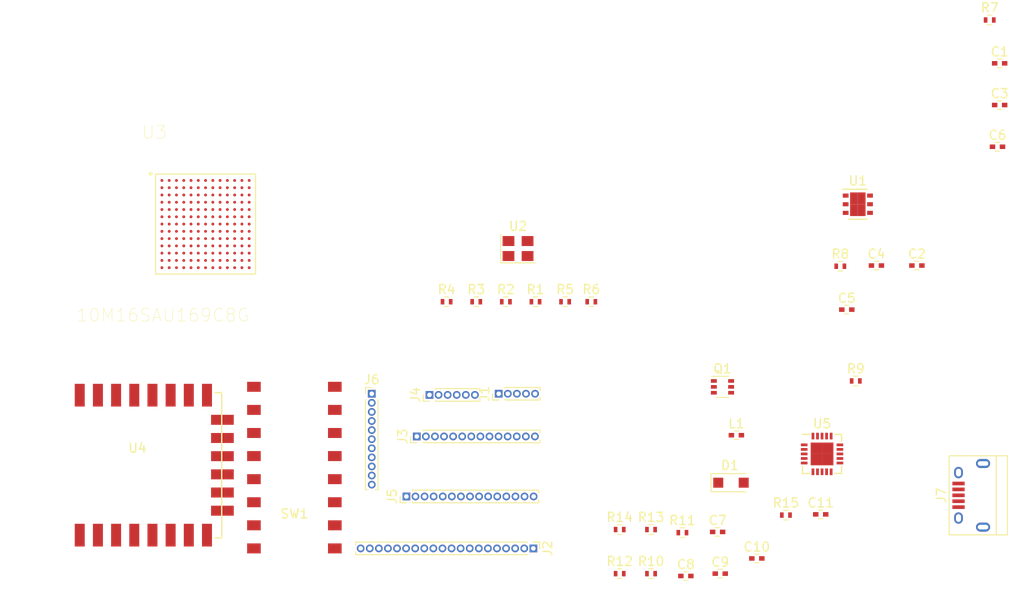
<source format=kicad_pcb>
(kicad_pcb (version 20171130) (host pcbnew 5.0.0-rc2-dev-unknown-6940f92~62~ubuntu16.04.1)

  (general
    (thickness 1.6)
    (drawings 0)
    (tracks 0)
    (zones 0)
    (modules 42)
    (nets 119)
  )

  (page A4)
  (layers
    (0 F.Cu signal)
    (31 B.Cu signal)
    (32 B.Adhes user)
    (33 F.Adhes user)
    (34 B.Paste user)
    (35 F.Paste user)
    (36 B.SilkS user)
    (37 F.SilkS user)
    (38 B.Mask user)
    (39 F.Mask user)
    (40 Dwgs.User user)
    (41 Cmts.User user)
    (42 Eco1.User user)
    (43 Eco2.User user)
    (44 Edge.Cuts user)
    (45 Margin user)
    (46 B.CrtYd user)
    (47 F.CrtYd user)
    (48 B.Fab user)
    (49 F.Fab user)
  )

  (setup
    (last_trace_width 0.25)
    (trace_clearance 0.2)
    (zone_clearance 0.508)
    (zone_45_only no)
    (trace_min 0.2)
    (segment_width 0.2)
    (edge_width 0.15)
    (via_size 0.8)
    (via_drill 0.4)
    (via_min_size 0.4)
    (via_min_drill 0.3)
    (uvia_size 0.3)
    (uvia_drill 0.1)
    (uvias_allowed no)
    (uvia_min_size 0.2)
    (uvia_min_drill 0.1)
    (pcb_text_width 0.3)
    (pcb_text_size 1.5 1.5)
    (mod_edge_width 0.15)
    (mod_text_size 1 1)
    (mod_text_width 0.15)
    (pad_size 1.524 1.524)
    (pad_drill 0.762)
    (pad_to_mask_clearance 0.2)
    (aux_axis_origin 0 0)
    (visible_elements FFFFFF7F)
    (pcbplotparams
      (layerselection 0x010fc_ffffffff)
      (usegerberextensions false)
      (usegerberattributes false)
      (usegerberadvancedattributes false)
      (creategerberjobfile false)
      (excludeedgelayer true)
      (linewidth 0.100000)
      (plotframeref false)
      (viasonmask false)
      (mode 1)
      (useauxorigin false)
      (hpglpennumber 1)
      (hpglpenspeed 20)
      (hpglpendiameter 15)
      (psnegative false)
      (psa4output false)
      (plotreference true)
      (plotvalue true)
      (plotinvisibletext false)
      (padsonsilk false)
      (subtractmaskfromsilk false)
      (outputformat 1)
      (mirror false)
      (drillshape 1)
      (scaleselection 1)
      (outputdirectory ""))
  )

  (net 0 "")
  (net 1 GND)
  (net 2 3.3V)
  (net 3 VDD5V)
  (net 4 "Net-(C8-Pad2)")
  (net 5 "Net-(C9-Pad2)")
  (net 6 "Net-(C10-Pad1)")
  (net 7 "Net-(C11-Pad2)")
  (net 8 "Net-(D1-Pad2)")
  (net 9 "Net-(J1-Pad5)")
  (net 10 "Net-(J1-Pad4)")
  (net 11 "Net-(J1-Pad3)")
  (net 12 "Net-(J1-Pad2)")
  (net 13 "Net-(J1-Pad1)")
  (net 14 "Net-(J2-Pad20)")
  (net 15 "Net-(J2-Pad19)")
  (net 16 "Net-(J2-Pad18)")
  (net 17 "Net-(J2-Pad17)")
  (net 18 "Net-(J2-Pad16)")
  (net 19 "Net-(J2-Pad15)")
  (net 20 "Net-(J2-Pad14)")
  (net 21 "Net-(J2-Pad13)")
  (net 22 "Net-(J2-Pad12)")
  (net 23 "Net-(J2-Pad11)")
  (net 24 "Net-(J2-Pad10)")
  (net 25 "Net-(J2-Pad9)")
  (net 26 "Net-(J2-Pad8)")
  (net 27 "Net-(J2-Pad7)")
  (net 28 "Net-(J2-Pad6)")
  (net 29 "Net-(J2-Pad5)")
  (net 30 "Net-(J2-Pad4)")
  (net 31 "Net-(J2-Pad3)")
  (net 32 "Net-(J2-Pad2)")
  (net 33 "Net-(J2-Pad1)")
  (net 34 "Net-(J3-Pad14)")
  (net 35 "Net-(J3-Pad13)")
  (net 36 "Net-(J3-Pad12)")
  (net 37 "Net-(J3-Pad11)")
  (net 38 "Net-(J3-Pad10)")
  (net 39 "Net-(J3-Pad9)")
  (net 40 "Net-(J3-Pad8)")
  (net 41 "Net-(J3-Pad7)")
  (net 42 "Net-(J3-Pad6)")
  (net 43 "Net-(J3-Pad5)")
  (net 44 "Net-(J3-Pad4)")
  (net 45 "Net-(J3-Pad3)")
  (net 46 "Net-(J3-Pad2)")
  (net 47 "Net-(J3-Pad1)")
  (net 48 /RX)
  (net 49 /TX)
  (net 50 "Net-(J5-Pad15)")
  (net 51 "Net-(J5-Pad14)")
  (net 52 "Net-(J5-Pad13)")
  (net 53 "Net-(J5-Pad12)")
  (net 54 "Net-(J5-Pad11)")
  (net 55 "Net-(J5-Pad10)")
  (net 56 "Net-(J5-Pad9)")
  (net 57 "Net-(J5-Pad8)")
  (net 58 "Net-(J5-Pad7)")
  (net 59 "Net-(J5-Pad6)")
  (net 60 "Net-(J5-Pad5)")
  (net 61 "Net-(J5-Pad4)")
  (net 62 "Net-(J5-Pad3)")
  (net 63 "Net-(J5-Pad2)")
  (net 64 "Net-(J5-Pad1)")
  (net 65 /ESP8266-12E/GPIO2)
  (net 66 /ESP8266-12E/GPIO4)
  (net 67 /ESP8266-12E/GPIO5)
  (net 68 /ESP8266-12E/GPIO9)
  (net 69 /ESP8266-12E/GPIO10)
  (net 70 /ESP8266-12E/GPIO12)
  (net 71 /ESP8266-12E/GPIO13)
  (net 72 /ESP8266-12E/GPIO14)
  (net 73 /ESP8266-12E/GPIO15)
  (net 74 /ESP8266-12E/GPIO16)
  (net 75 /ESP8266-12E/ADC)
  (net 76 "Net-(J7-Pad6)")
  (net 77 "Net-(J7-Pad3)")
  (net 78 "Net-(J7-Pad2)")
  (net 79 "Net-(L1-Pad2)")
  (net 80 GPIO0)
  (net 81 RTS)
  (net 82 "Net-(Q1-Pad2)")
  (net 83 "Net-(Q1-Pad5)")
  (net 84 RESET)
  (net 85 DTR)
  (net 86 "Net-(R1-Pad1)")
  (net 87 "Net-(R2-Pad2)")
  (net 88 "Net-(R3-Pad1)")
  (net 89 "Net-(R4-Pad2)")
  (net 90 RESET_N)
  (net 91 /AD8)
  (net 92 "Net-(R8-Pad2)")
  (net 93 "Net-(R9-Pad2)")
  (net 94 ESP_EN)
  (net 95 "Net-(SW1-Pad1)")
  (net 96 "Net-(SW1-Pad2)")
  (net 97 "Net-(SW1-Pad3)")
  (net 98 "Net-(SW1-Pad4)")
  (net 99 "Net-(SW1-Pad5)")
  (net 100 "Net-(SW1-Pad6)")
  (net 101 "Net-(SW1-Pad7)")
  (net 102 "Net-(SW1-Pad8)")
  (net 103 "Net-(U1-Pad4)")
  (net 104 "Net-(U2-Pad3)")
  (net 105 /AD6)
  (net 106 /AD5)
  (net 107 /AD2)
  (net 108 /AD1)
  (net 109 /AD3)
  (net 110 /AD4)
  (net 111 /AD7)
  (net 112 SPI_MOSI)
  (net 113 SPI_MISO)
  (net 114 SPI_CSO)
  (net 115 SPI_CLK)
  (net 116 "Net-(U4-Pad21)")
  (net 117 "Net-(U4-Pad22)")
  (net 118 "Net-(C1-Pad2)")

  (net_class Default "This is the default net class."
    (clearance 0.2)
    (trace_width 0.25)
    (via_dia 0.8)
    (via_drill 0.4)
    (uvia_dia 0.3)
    (uvia_drill 0.1)
    (add_net /AD1)
    (add_net /AD2)
    (add_net /AD3)
    (add_net /AD4)
    (add_net /AD5)
    (add_net /AD6)
    (add_net /AD7)
    (add_net /AD8)
    (add_net /ESP8266-12E/ADC)
    (add_net /ESP8266-12E/GPIO10)
    (add_net /ESP8266-12E/GPIO12)
    (add_net /ESP8266-12E/GPIO13)
    (add_net /ESP8266-12E/GPIO14)
    (add_net /ESP8266-12E/GPIO15)
    (add_net /ESP8266-12E/GPIO16)
    (add_net /ESP8266-12E/GPIO2)
    (add_net /ESP8266-12E/GPIO4)
    (add_net /ESP8266-12E/GPIO5)
    (add_net /ESP8266-12E/GPIO9)
    (add_net /RX)
    (add_net /TX)
    (add_net 3.3V)
    (add_net DTR)
    (add_net ESP_EN)
    (add_net GND)
    (add_net GPIO0)
    (add_net "Net-(C1-Pad2)")
    (add_net "Net-(C10-Pad1)")
    (add_net "Net-(C11-Pad2)")
    (add_net "Net-(C8-Pad2)")
    (add_net "Net-(C9-Pad2)")
    (add_net "Net-(D1-Pad2)")
    (add_net "Net-(J1-Pad1)")
    (add_net "Net-(J1-Pad2)")
    (add_net "Net-(J1-Pad3)")
    (add_net "Net-(J1-Pad4)")
    (add_net "Net-(J1-Pad5)")
    (add_net "Net-(J2-Pad1)")
    (add_net "Net-(J2-Pad10)")
    (add_net "Net-(J2-Pad11)")
    (add_net "Net-(J2-Pad12)")
    (add_net "Net-(J2-Pad13)")
    (add_net "Net-(J2-Pad14)")
    (add_net "Net-(J2-Pad15)")
    (add_net "Net-(J2-Pad16)")
    (add_net "Net-(J2-Pad17)")
    (add_net "Net-(J2-Pad18)")
    (add_net "Net-(J2-Pad19)")
    (add_net "Net-(J2-Pad2)")
    (add_net "Net-(J2-Pad20)")
    (add_net "Net-(J2-Pad3)")
    (add_net "Net-(J2-Pad4)")
    (add_net "Net-(J2-Pad5)")
    (add_net "Net-(J2-Pad6)")
    (add_net "Net-(J2-Pad7)")
    (add_net "Net-(J2-Pad8)")
    (add_net "Net-(J2-Pad9)")
    (add_net "Net-(J3-Pad1)")
    (add_net "Net-(J3-Pad10)")
    (add_net "Net-(J3-Pad11)")
    (add_net "Net-(J3-Pad12)")
    (add_net "Net-(J3-Pad13)")
    (add_net "Net-(J3-Pad14)")
    (add_net "Net-(J3-Pad2)")
    (add_net "Net-(J3-Pad3)")
    (add_net "Net-(J3-Pad4)")
    (add_net "Net-(J3-Pad5)")
    (add_net "Net-(J3-Pad6)")
    (add_net "Net-(J3-Pad7)")
    (add_net "Net-(J3-Pad8)")
    (add_net "Net-(J3-Pad9)")
    (add_net "Net-(J5-Pad1)")
    (add_net "Net-(J5-Pad10)")
    (add_net "Net-(J5-Pad11)")
    (add_net "Net-(J5-Pad12)")
    (add_net "Net-(J5-Pad13)")
    (add_net "Net-(J5-Pad14)")
    (add_net "Net-(J5-Pad15)")
    (add_net "Net-(J5-Pad2)")
    (add_net "Net-(J5-Pad3)")
    (add_net "Net-(J5-Pad4)")
    (add_net "Net-(J5-Pad5)")
    (add_net "Net-(J5-Pad6)")
    (add_net "Net-(J5-Pad7)")
    (add_net "Net-(J5-Pad8)")
    (add_net "Net-(J5-Pad9)")
    (add_net "Net-(J7-Pad2)")
    (add_net "Net-(J7-Pad3)")
    (add_net "Net-(J7-Pad6)")
    (add_net "Net-(L1-Pad2)")
    (add_net "Net-(Q1-Pad2)")
    (add_net "Net-(Q1-Pad5)")
    (add_net "Net-(R1-Pad1)")
    (add_net "Net-(R2-Pad2)")
    (add_net "Net-(R3-Pad1)")
    (add_net "Net-(R4-Pad2)")
    (add_net "Net-(R8-Pad2)")
    (add_net "Net-(R9-Pad2)")
    (add_net "Net-(SW1-Pad1)")
    (add_net "Net-(SW1-Pad2)")
    (add_net "Net-(SW1-Pad3)")
    (add_net "Net-(SW1-Pad4)")
    (add_net "Net-(SW1-Pad5)")
    (add_net "Net-(SW1-Pad6)")
    (add_net "Net-(SW1-Pad7)")
    (add_net "Net-(SW1-Pad8)")
    (add_net "Net-(U1-Pad4)")
    (add_net "Net-(U2-Pad3)")
    (add_net "Net-(U4-Pad21)")
    (add_net "Net-(U4-Pad22)")
    (add_net RESET)
    (add_net RESET_N)
    (add_net RTS)
    (add_net SPI_CLK)
    (add_net SPI_CSO)
    (add_net SPI_MISO)
    (add_net SPI_MOSI)
    (add_net VDD5V)
  )

  (module Capacitors_SMD:C_0402 (layer F.Cu) (tedit 58AA841A) (tstamp 5ACE5D91)
    (at 186.311428 72.6095)
    (descr "Capacitor SMD 0402, reflow soldering, AVX (see smccp.pdf)")
    (tags "capacitor 0402")
    (path /5ACEED16)
    (attr smd)
    (fp_text reference C1 (at 0 -1.27) (layer F.SilkS)
      (effects (font (size 1 1) (thickness 0.15)))
    )
    (fp_text value 0.1uF (at 0 1.27) (layer F.Fab)
      (effects (font (size 1 1) (thickness 0.15)))
    )
    (fp_line (start 1 0.4) (end -1 0.4) (layer F.CrtYd) (width 0.05))
    (fp_line (start 1 0.4) (end 1 -0.4) (layer F.CrtYd) (width 0.05))
    (fp_line (start -1 -0.4) (end -1 0.4) (layer F.CrtYd) (width 0.05))
    (fp_line (start -1 -0.4) (end 1 -0.4) (layer F.CrtYd) (width 0.05))
    (fp_line (start -0.25 0.47) (end 0.25 0.47) (layer F.SilkS) (width 0.12))
    (fp_line (start 0.25 -0.47) (end -0.25 -0.47) (layer F.SilkS) (width 0.12))
    (fp_line (start -0.5 -0.25) (end 0.5 -0.25) (layer F.Fab) (width 0.1))
    (fp_line (start 0.5 -0.25) (end 0.5 0.25) (layer F.Fab) (width 0.1))
    (fp_line (start 0.5 0.25) (end -0.5 0.25) (layer F.Fab) (width 0.1))
    (fp_line (start -0.5 0.25) (end -0.5 -0.25) (layer F.Fab) (width 0.1))
    (fp_text user %R (at 0 -1.27) (layer F.Fab)
      (effects (font (size 1 1) (thickness 0.15)))
    )
    (pad 2 smd rect (at 0.55 0) (size 0.6 0.5) (layers F.Cu F.Paste F.Mask)
      (net 118 "Net-(C1-Pad2)"))
    (pad 1 smd rect (at -0.55 0) (size 0.6 0.5) (layers F.Cu F.Paste F.Mask)
      (net 1 GND))
    (model Capacitors_SMD.3dshapes/C_0402.wrl
      (at (xyz 0 0 0))
      (scale (xyz 1 1 1))
      (rotate (xyz 0 0 0))
    )
  )

  (module Capacitors_SMD:C_0402 (layer F.Cu) (tedit 58AA841A) (tstamp 5ACE5DA2)
    (at 177.203333 94.8595)
    (descr "Capacitor SMD 0402, reflow soldering, AVX (see smccp.pdf)")
    (tags "capacitor 0402")
    (path /5ABD7467)
    (attr smd)
    (fp_text reference C2 (at 0 -1.27) (layer F.SilkS)
      (effects (font (size 1 1) (thickness 0.15)))
    )
    (fp_text value 10uF (at 0 1.27) (layer F.Fab)
      (effects (font (size 1 1) (thickness 0.15)))
    )
    (fp_line (start 1 0.4) (end -1 0.4) (layer F.CrtYd) (width 0.05))
    (fp_line (start 1 0.4) (end 1 -0.4) (layer F.CrtYd) (width 0.05))
    (fp_line (start -1 -0.4) (end -1 0.4) (layer F.CrtYd) (width 0.05))
    (fp_line (start -1 -0.4) (end 1 -0.4) (layer F.CrtYd) (width 0.05))
    (fp_line (start -0.25 0.47) (end 0.25 0.47) (layer F.SilkS) (width 0.12))
    (fp_line (start 0.25 -0.47) (end -0.25 -0.47) (layer F.SilkS) (width 0.12))
    (fp_line (start -0.5 -0.25) (end 0.5 -0.25) (layer F.Fab) (width 0.1))
    (fp_line (start 0.5 -0.25) (end 0.5 0.25) (layer F.Fab) (width 0.1))
    (fp_line (start 0.5 0.25) (end -0.5 0.25) (layer F.Fab) (width 0.1))
    (fp_line (start -0.5 0.25) (end -0.5 -0.25) (layer F.Fab) (width 0.1))
    (fp_text user %R (at 0 -1.27) (layer F.Fab)
      (effects (font (size 1 1) (thickness 0.15)))
    )
    (pad 2 smd rect (at 0.55 0) (size 0.6 0.5) (layers F.Cu F.Paste F.Mask)
      (net 2 3.3V))
    (pad 1 smd rect (at -0.55 0) (size 0.6 0.5) (layers F.Cu F.Paste F.Mask)
      (net 1 GND))
    (model Capacitors_SMD.3dshapes/C_0402.wrl
      (at (xyz 0 0 0))
      (scale (xyz 1 1 1))
      (rotate (xyz 0 0 0))
    )
  )

  (module Capacitors_SMD:C_0402 (layer F.Cu) (tedit 58AA841A) (tstamp 5ACE5DB3)
    (at 186.311428 77.1995)
    (descr "Capacitor SMD 0402, reflow soldering, AVX (see smccp.pdf)")
    (tags "capacitor 0402")
    (path /5ACEEE65)
    (attr smd)
    (fp_text reference C3 (at 0 -1.27) (layer F.SilkS)
      (effects (font (size 1 1) (thickness 0.15)))
    )
    (fp_text value 0.1uF (at 0 1.27) (layer F.Fab)
      (effects (font (size 1 1) (thickness 0.15)))
    )
    (fp_text user %R (at 0 -1.27) (layer F.Fab)
      (effects (font (size 1 1) (thickness 0.15)))
    )
    (fp_line (start -0.5 0.25) (end -0.5 -0.25) (layer F.Fab) (width 0.1))
    (fp_line (start 0.5 0.25) (end -0.5 0.25) (layer F.Fab) (width 0.1))
    (fp_line (start 0.5 -0.25) (end 0.5 0.25) (layer F.Fab) (width 0.1))
    (fp_line (start -0.5 -0.25) (end 0.5 -0.25) (layer F.Fab) (width 0.1))
    (fp_line (start 0.25 -0.47) (end -0.25 -0.47) (layer F.SilkS) (width 0.12))
    (fp_line (start -0.25 0.47) (end 0.25 0.47) (layer F.SilkS) (width 0.12))
    (fp_line (start -1 -0.4) (end 1 -0.4) (layer F.CrtYd) (width 0.05))
    (fp_line (start -1 -0.4) (end -1 0.4) (layer F.CrtYd) (width 0.05))
    (fp_line (start 1 0.4) (end 1 -0.4) (layer F.CrtYd) (width 0.05))
    (fp_line (start 1 0.4) (end -1 0.4) (layer F.CrtYd) (width 0.05))
    (pad 1 smd rect (at -0.55 0) (size 0.6 0.5) (layers F.Cu F.Paste F.Mask)
      (net 1 GND))
    (pad 2 smd rect (at 0.55 0) (size 0.6 0.5) (layers F.Cu F.Paste F.Mask)
      (net 2 3.3V))
    (model Capacitors_SMD.3dshapes/C_0402.wrl
      (at (xyz 0 0 0))
      (scale (xyz 1 1 1))
      (rotate (xyz 0 0 0))
    )
  )

  (module Capacitors_SMD:C_0402 (layer F.Cu) (tedit 58AA841A) (tstamp 5ACE5DC4)
    (at 172.751428 94.8595)
    (descr "Capacitor SMD 0402, reflow soldering, AVX (see smccp.pdf)")
    (tags "capacitor 0402")
    (path /5ACEEEAB)
    (attr smd)
    (fp_text reference C4 (at 0 -1.27) (layer F.SilkS)
      (effects (font (size 1 1) (thickness 0.15)))
    )
    (fp_text value 0.1uF (at 0 1.27) (layer F.Fab)
      (effects (font (size 1 1) (thickness 0.15)))
    )
    (fp_line (start 1 0.4) (end -1 0.4) (layer F.CrtYd) (width 0.05))
    (fp_line (start 1 0.4) (end 1 -0.4) (layer F.CrtYd) (width 0.05))
    (fp_line (start -1 -0.4) (end -1 0.4) (layer F.CrtYd) (width 0.05))
    (fp_line (start -1 -0.4) (end 1 -0.4) (layer F.CrtYd) (width 0.05))
    (fp_line (start -0.25 0.47) (end 0.25 0.47) (layer F.SilkS) (width 0.12))
    (fp_line (start 0.25 -0.47) (end -0.25 -0.47) (layer F.SilkS) (width 0.12))
    (fp_line (start -0.5 -0.25) (end 0.5 -0.25) (layer F.Fab) (width 0.1))
    (fp_line (start 0.5 -0.25) (end 0.5 0.25) (layer F.Fab) (width 0.1))
    (fp_line (start 0.5 0.25) (end -0.5 0.25) (layer F.Fab) (width 0.1))
    (fp_line (start -0.5 0.25) (end -0.5 -0.25) (layer F.Fab) (width 0.1))
    (fp_text user %R (at 0 -1.27) (layer F.Fab)
      (effects (font (size 1 1) (thickness 0.15)))
    )
    (pad 2 smd rect (at 0.55 0) (size 0.6 0.5) (layers F.Cu F.Paste F.Mask)
      (net 2 3.3V))
    (pad 1 smd rect (at -0.55 0) (size 0.6 0.5) (layers F.Cu F.Paste F.Mask)
      (net 1 GND))
    (model Capacitors_SMD.3dshapes/C_0402.wrl
      (at (xyz 0 0 0))
      (scale (xyz 1 1 1))
      (rotate (xyz 0 0 0))
    )
  )

  (module Capacitors_SMD:C_0402 (layer F.Cu) (tedit 58AA841A) (tstamp 5ACE5DD5)
    (at 169.491428 99.7095)
    (descr "Capacitor SMD 0402, reflow soldering, AVX (see smccp.pdf)")
    (tags "capacitor 0402")
    (path /5ACEEEF7)
    (attr smd)
    (fp_text reference C5 (at 0 -1.27) (layer F.SilkS)
      (effects (font (size 1 1) (thickness 0.15)))
    )
    (fp_text value 0.1uF (at 0 1.27) (layer F.Fab)
      (effects (font (size 1 1) (thickness 0.15)))
    )
    (fp_text user %R (at 0 -1.27) (layer F.Fab)
      (effects (font (size 1 1) (thickness 0.15)))
    )
    (fp_line (start -0.5 0.25) (end -0.5 -0.25) (layer F.Fab) (width 0.1))
    (fp_line (start 0.5 0.25) (end -0.5 0.25) (layer F.Fab) (width 0.1))
    (fp_line (start 0.5 -0.25) (end 0.5 0.25) (layer F.Fab) (width 0.1))
    (fp_line (start -0.5 -0.25) (end 0.5 -0.25) (layer F.Fab) (width 0.1))
    (fp_line (start 0.25 -0.47) (end -0.25 -0.47) (layer F.SilkS) (width 0.12))
    (fp_line (start -0.25 0.47) (end 0.25 0.47) (layer F.SilkS) (width 0.12))
    (fp_line (start -1 -0.4) (end 1 -0.4) (layer F.CrtYd) (width 0.05))
    (fp_line (start -1 -0.4) (end -1 0.4) (layer F.CrtYd) (width 0.05))
    (fp_line (start 1 0.4) (end 1 -0.4) (layer F.CrtYd) (width 0.05))
    (fp_line (start 1 0.4) (end -1 0.4) (layer F.CrtYd) (width 0.05))
    (pad 1 smd rect (at -0.55 0) (size 0.6 0.5) (layers F.Cu F.Paste F.Mask)
      (net 1 GND))
    (pad 2 smd rect (at 0.55 0) (size 0.6 0.5) (layers F.Cu F.Paste F.Mask)
      (net 2 3.3V))
    (model Capacitors_SMD.3dshapes/C_0402.wrl
      (at (xyz 0 0 0))
      (scale (xyz 1 1 1))
      (rotate (xyz 0 0 0))
    )
  )

  (module Capacitors_SMD:C_0402 (layer F.Cu) (tedit 58AA841A) (tstamp 5ACE5DE6)
    (at 186.073333 81.7895)
    (descr "Capacitor SMD 0402, reflow soldering, AVX (see smccp.pdf)")
    (tags "capacitor 0402")
    (path /5ABD740F)
    (attr smd)
    (fp_text reference C6 (at 0 -1.27) (layer F.SilkS)
      (effects (font (size 1 1) (thickness 0.15)))
    )
    (fp_text value 10uF (at 0 1.27) (layer F.Fab)
      (effects (font (size 1 1) (thickness 0.15)))
    )
    (fp_text user %R (at 0 -1.27) (layer F.Fab)
      (effects (font (size 1 1) (thickness 0.15)))
    )
    (fp_line (start -0.5 0.25) (end -0.5 -0.25) (layer F.Fab) (width 0.1))
    (fp_line (start 0.5 0.25) (end -0.5 0.25) (layer F.Fab) (width 0.1))
    (fp_line (start 0.5 -0.25) (end 0.5 0.25) (layer F.Fab) (width 0.1))
    (fp_line (start -0.5 -0.25) (end 0.5 -0.25) (layer F.Fab) (width 0.1))
    (fp_line (start 0.25 -0.47) (end -0.25 -0.47) (layer F.SilkS) (width 0.12))
    (fp_line (start -0.25 0.47) (end 0.25 0.47) (layer F.SilkS) (width 0.12))
    (fp_line (start -1 -0.4) (end 1 -0.4) (layer F.CrtYd) (width 0.05))
    (fp_line (start -1 -0.4) (end -1 0.4) (layer F.CrtYd) (width 0.05))
    (fp_line (start 1 0.4) (end 1 -0.4) (layer F.CrtYd) (width 0.05))
    (fp_line (start 1 0.4) (end -1 0.4) (layer F.CrtYd) (width 0.05))
    (pad 1 smd rect (at -0.55 0) (size 0.6 0.5) (layers F.Cu F.Paste F.Mask)
      (net 1 GND))
    (pad 2 smd rect (at 0.55 0) (size 0.6 0.5) (layers F.Cu F.Paste F.Mask)
      (net 3 VDD5V))
    (model Capacitors_SMD.3dshapes/C_0402.wrl
      (at (xyz 0 0 0))
      (scale (xyz 1 1 1))
      (rotate (xyz 0 0 0))
    )
  )

  (module Capacitors_SMD:C_0402 (layer F.Cu) (tedit 58AA841A) (tstamp 5ACE5DF7)
    (at 155.280952 124.1695)
    (descr "Capacitor SMD 0402, reflow soldering, AVX (see smccp.pdf)")
    (tags "capacitor 0402")
    (path /5ABCD2F9/5AB8EBAE)
    (attr smd)
    (fp_text reference C7 (at 0 -1.27) (layer F.SilkS)
      (effects (font (size 1 1) (thickness 0.15)))
    )
    (fp_text value 100n (at 0 1.27) (layer F.Fab)
      (effects (font (size 1 1) (thickness 0.15)))
    )
    (fp_text user %R (at 0 -1.27) (layer F.Fab)
      (effects (font (size 1 1) (thickness 0.15)))
    )
    (fp_line (start -0.5 0.25) (end -0.5 -0.25) (layer F.Fab) (width 0.1))
    (fp_line (start 0.5 0.25) (end -0.5 0.25) (layer F.Fab) (width 0.1))
    (fp_line (start 0.5 -0.25) (end 0.5 0.25) (layer F.Fab) (width 0.1))
    (fp_line (start -0.5 -0.25) (end 0.5 -0.25) (layer F.Fab) (width 0.1))
    (fp_line (start 0.25 -0.47) (end -0.25 -0.47) (layer F.SilkS) (width 0.12))
    (fp_line (start -0.25 0.47) (end 0.25 0.47) (layer F.SilkS) (width 0.12))
    (fp_line (start -1 -0.4) (end 1 -0.4) (layer F.CrtYd) (width 0.05))
    (fp_line (start -1 -0.4) (end -1 0.4) (layer F.CrtYd) (width 0.05))
    (fp_line (start 1 0.4) (end 1 -0.4) (layer F.CrtYd) (width 0.05))
    (fp_line (start 1 0.4) (end -1 0.4) (layer F.CrtYd) (width 0.05))
    (pad 1 smd rect (at -0.55 0) (size 0.6 0.5) (layers F.Cu F.Paste F.Mask)
      (net 2 3.3V))
    (pad 2 smd rect (at 0.55 0) (size 0.6 0.5) (layers F.Cu F.Paste F.Mask)
      (net 1 GND))
    (model Capacitors_SMD.3dshapes/C_0402.wrl
      (at (xyz 0 0 0))
      (scale (xyz 1 1 1))
      (rotate (xyz 0 0 0))
    )
  )

  (module Capacitors_SMD:C_0402 (layer F.Cu) (tedit 58AA841A) (tstamp 5ACE5E08)
    (at 151.783333 129.0195)
    (descr "Capacitor SMD 0402, reflow soldering, AVX (see smccp.pdf)")
    (tags "capacitor 0402")
    (path /5ABCD2F9/5ABCD93E)
    (attr smd)
    (fp_text reference C8 (at 0 -1.27) (layer F.SilkS)
      (effects (font (size 1 1) (thickness 0.15)))
    )
    (fp_text value 47pF (at 0 1.27) (layer F.Fab)
      (effects (font (size 1 1) (thickness 0.15)))
    )
    (fp_text user %R (at 0 -1.27) (layer F.Fab)
      (effects (font (size 1 1) (thickness 0.15)))
    )
    (fp_line (start -0.5 0.25) (end -0.5 -0.25) (layer F.Fab) (width 0.1))
    (fp_line (start 0.5 0.25) (end -0.5 0.25) (layer F.Fab) (width 0.1))
    (fp_line (start 0.5 -0.25) (end 0.5 0.25) (layer F.Fab) (width 0.1))
    (fp_line (start -0.5 -0.25) (end 0.5 -0.25) (layer F.Fab) (width 0.1))
    (fp_line (start 0.25 -0.47) (end -0.25 -0.47) (layer F.SilkS) (width 0.12))
    (fp_line (start -0.25 0.47) (end 0.25 0.47) (layer F.SilkS) (width 0.12))
    (fp_line (start -1 -0.4) (end 1 -0.4) (layer F.CrtYd) (width 0.05))
    (fp_line (start -1 -0.4) (end -1 0.4) (layer F.CrtYd) (width 0.05))
    (fp_line (start 1 0.4) (end 1 -0.4) (layer F.CrtYd) (width 0.05))
    (fp_line (start 1 0.4) (end -1 0.4) (layer F.CrtYd) (width 0.05))
    (pad 1 smd rect (at -0.55 0) (size 0.6 0.5) (layers F.Cu F.Paste F.Mask)
      (net 1 GND))
    (pad 2 smd rect (at 0.55 0) (size 0.6 0.5) (layers F.Cu F.Paste F.Mask)
      (net 4 "Net-(C8-Pad2)"))
    (model Capacitors_SMD.3dshapes/C_0402.wrl
      (at (xyz 0 0 0))
      (scale (xyz 1 1 1))
      (rotate (xyz 0 0 0))
    )
  )

  (module Capacitors_SMD:C_0402 (layer F.Cu) (tedit 58AA841A) (tstamp 5ACE5E19)
    (at 155.564762 128.7595)
    (descr "Capacitor SMD 0402, reflow soldering, AVX (see smccp.pdf)")
    (tags "capacitor 0402")
    (path /5ABCD2F9/5ABCD953)
    (attr smd)
    (fp_text reference C9 (at 0 -1.27) (layer F.SilkS)
      (effects (font (size 1 1) (thickness 0.15)))
    )
    (fp_text value 10n (at 0 1.27) (layer F.Fab)
      (effects (font (size 1 1) (thickness 0.15)))
    )
    (fp_line (start 1 0.4) (end -1 0.4) (layer F.CrtYd) (width 0.05))
    (fp_line (start 1 0.4) (end 1 -0.4) (layer F.CrtYd) (width 0.05))
    (fp_line (start -1 -0.4) (end -1 0.4) (layer F.CrtYd) (width 0.05))
    (fp_line (start -1 -0.4) (end 1 -0.4) (layer F.CrtYd) (width 0.05))
    (fp_line (start -0.25 0.47) (end 0.25 0.47) (layer F.SilkS) (width 0.12))
    (fp_line (start 0.25 -0.47) (end -0.25 -0.47) (layer F.SilkS) (width 0.12))
    (fp_line (start -0.5 -0.25) (end 0.5 -0.25) (layer F.Fab) (width 0.1))
    (fp_line (start 0.5 -0.25) (end 0.5 0.25) (layer F.Fab) (width 0.1))
    (fp_line (start 0.5 0.25) (end -0.5 0.25) (layer F.Fab) (width 0.1))
    (fp_line (start -0.5 0.25) (end -0.5 -0.25) (layer F.Fab) (width 0.1))
    (fp_text user %R (at 0 -1.27) (layer F.Fab)
      (effects (font (size 1 1) (thickness 0.15)))
    )
    (pad 2 smd rect (at 0.55 0) (size 0.6 0.5) (layers F.Cu F.Paste F.Mask)
      (net 5 "Net-(C9-Pad2)"))
    (pad 1 smd rect (at -0.55 0) (size 0.6 0.5) (layers F.Cu F.Paste F.Mask)
      (net 1 GND))
    (model Capacitors_SMD.3dshapes/C_0402.wrl
      (at (xyz 0 0 0))
      (scale (xyz 1 1 1))
      (rotate (xyz 0 0 0))
    )
  )

  (module Capacitors_SMD:C_0402 (layer F.Cu) (tedit 58AA841A) (tstamp 5ACE5E2A)
    (at 159.590952 127.0895)
    (descr "Capacitor SMD 0402, reflow soldering, AVX (see smccp.pdf)")
    (tags "capacitor 0402")
    (path /5ABCD2F9/5ABCD8F1)
    (attr smd)
    (fp_text reference C10 (at 0 -1.27) (layer F.SilkS)
      (effects (font (size 1 1) (thickness 0.15)))
    )
    (fp_text value 100n (at 0 1.27) (layer F.Fab)
      (effects (font (size 1 1) (thickness 0.15)))
    )
    (fp_line (start 1 0.4) (end -1 0.4) (layer F.CrtYd) (width 0.05))
    (fp_line (start 1 0.4) (end 1 -0.4) (layer F.CrtYd) (width 0.05))
    (fp_line (start -1 -0.4) (end -1 0.4) (layer F.CrtYd) (width 0.05))
    (fp_line (start -1 -0.4) (end 1 -0.4) (layer F.CrtYd) (width 0.05))
    (fp_line (start -0.25 0.47) (end 0.25 0.47) (layer F.SilkS) (width 0.12))
    (fp_line (start 0.25 -0.47) (end -0.25 -0.47) (layer F.SilkS) (width 0.12))
    (fp_line (start -0.5 -0.25) (end 0.5 -0.25) (layer F.Fab) (width 0.1))
    (fp_line (start 0.5 -0.25) (end 0.5 0.25) (layer F.Fab) (width 0.1))
    (fp_line (start 0.5 0.25) (end -0.5 0.25) (layer F.Fab) (width 0.1))
    (fp_line (start -0.5 0.25) (end -0.5 -0.25) (layer F.Fab) (width 0.1))
    (fp_text user %R (at 0 -1.27) (layer F.Fab)
      (effects (font (size 1 1) (thickness 0.15)))
    )
    (pad 2 smd rect (at 0.55 0) (size 0.6 0.5) (layers F.Cu F.Paste F.Mask)
      (net 1 GND))
    (pad 1 smd rect (at -0.55 0) (size 0.6 0.5) (layers F.Cu F.Paste F.Mask)
      (net 6 "Net-(C10-Pad1)"))
    (model Capacitors_SMD.3dshapes/C_0402.wrl
      (at (xyz 0 0 0))
      (scale (xyz 1 1 1))
      (rotate (xyz 0 0 0))
    )
  )

  (module Capacitors_SMD:C_0402 (layer F.Cu) (tedit 58AA841A) (tstamp 5ACE5E3B)
    (at 166.623333 122.2395)
    (descr "Capacitor SMD 0402, reflow soldering, AVX (see smccp.pdf)")
    (tags "capacitor 0402")
    (path /5ABCD2F9/5ABCD937)
    (attr smd)
    (fp_text reference C11 (at 0 -1.27) (layer F.SilkS)
      (effects (font (size 1 1) (thickness 0.15)))
    )
    (fp_text value 47pF (at 0 1.27) (layer F.Fab)
      (effects (font (size 1 1) (thickness 0.15)))
    )
    (fp_line (start 1 0.4) (end -1 0.4) (layer F.CrtYd) (width 0.05))
    (fp_line (start 1 0.4) (end 1 -0.4) (layer F.CrtYd) (width 0.05))
    (fp_line (start -1 -0.4) (end -1 0.4) (layer F.CrtYd) (width 0.05))
    (fp_line (start -1 -0.4) (end 1 -0.4) (layer F.CrtYd) (width 0.05))
    (fp_line (start -0.25 0.47) (end 0.25 0.47) (layer F.SilkS) (width 0.12))
    (fp_line (start 0.25 -0.47) (end -0.25 -0.47) (layer F.SilkS) (width 0.12))
    (fp_line (start -0.5 -0.25) (end 0.5 -0.25) (layer F.Fab) (width 0.1))
    (fp_line (start 0.5 -0.25) (end 0.5 0.25) (layer F.Fab) (width 0.1))
    (fp_line (start 0.5 0.25) (end -0.5 0.25) (layer F.Fab) (width 0.1))
    (fp_line (start -0.5 0.25) (end -0.5 -0.25) (layer F.Fab) (width 0.1))
    (fp_text user %R (at 0 -1.27) (layer F.Fab)
      (effects (font (size 1 1) (thickness 0.15)))
    )
    (pad 2 smd rect (at 0.55 0) (size 0.6 0.5) (layers F.Cu F.Paste F.Mask)
      (net 7 "Net-(C11-Pad2)"))
    (pad 1 smd rect (at -0.55 0) (size 0.6 0.5) (layers F.Cu F.Paste F.Mask)
      (net 1 GND))
    (model Capacitors_SMD.3dshapes/C_0402.wrl
      (at (xyz 0 0 0))
      (scale (xyz 1 1 1))
      (rotate (xyz 0 0 0))
    )
  )

  (module Diodes_SMD:D_SOD-123F (layer F.Cu) (tedit 587F7769) (tstamp 5ACE5E54)
    (at 156.747619 118.7545)
    (descr D_SOD-123F)
    (tags D_SOD-123F)
    (path /5ABCD2F9/5ABCD9EB)
    (attr smd)
    (fp_text reference D1 (at -0.127 -1.905) (layer F.SilkS)
      (effects (font (size 1 1) (thickness 0.15)))
    )
    (fp_text value D_Schottky (at 0 2.1) (layer F.Fab)
      (effects (font (size 1 1) (thickness 0.15)))
    )
    (fp_line (start -2.2 -1) (end 1.65 -1) (layer F.SilkS) (width 0.12))
    (fp_line (start -2.2 1) (end 1.65 1) (layer F.SilkS) (width 0.12))
    (fp_line (start -2.2 -1.15) (end -2.2 1.15) (layer F.CrtYd) (width 0.05))
    (fp_line (start 2.2 1.15) (end -2.2 1.15) (layer F.CrtYd) (width 0.05))
    (fp_line (start 2.2 -1.15) (end 2.2 1.15) (layer F.CrtYd) (width 0.05))
    (fp_line (start -2.2 -1.15) (end 2.2 -1.15) (layer F.CrtYd) (width 0.05))
    (fp_line (start -1.4 -0.9) (end 1.4 -0.9) (layer F.Fab) (width 0.1))
    (fp_line (start 1.4 -0.9) (end 1.4 0.9) (layer F.Fab) (width 0.1))
    (fp_line (start 1.4 0.9) (end -1.4 0.9) (layer F.Fab) (width 0.1))
    (fp_line (start -1.4 0.9) (end -1.4 -0.9) (layer F.Fab) (width 0.1))
    (fp_line (start -0.75 0) (end -0.35 0) (layer F.Fab) (width 0.1))
    (fp_line (start -0.35 0) (end -0.35 -0.55) (layer F.Fab) (width 0.1))
    (fp_line (start -0.35 0) (end -0.35 0.55) (layer F.Fab) (width 0.1))
    (fp_line (start -0.35 0) (end 0.25 -0.4) (layer F.Fab) (width 0.1))
    (fp_line (start 0.25 -0.4) (end 0.25 0.4) (layer F.Fab) (width 0.1))
    (fp_line (start 0.25 0.4) (end -0.35 0) (layer F.Fab) (width 0.1))
    (fp_line (start 0.25 0) (end 0.75 0) (layer F.Fab) (width 0.1))
    (fp_line (start -2.2 -1) (end -2.2 1) (layer F.SilkS) (width 0.12))
    (fp_text user %R (at -0.127 -1.905) (layer F.Fab)
      (effects (font (size 1 1) (thickness 0.15)))
    )
    (pad 2 smd rect (at 1.4 0) (size 1.1 1.1) (layers F.Cu F.Paste F.Mask)
      (net 8 "Net-(D1-Pad2)"))
    (pad 1 smd rect (at -1.4 0) (size 1.1 1.1) (layers F.Cu F.Paste F.Mask)
      (net 5 "Net-(C9-Pad2)"))
    (model ${KISYS3DMOD}/Diodes_SMD.3dshapes/D_SOD-123F.wrl
      (at (xyz 0 0 0))
      (scale (xyz 1 1 1))
      (rotate (xyz 0 0 0))
    )
  )

  (module Connectors:USB_Micro-B (layer F.Cu) (tedit 5543E447) (tstamp 5ACE61F5)
    (at 183.134 120.142 90)
    (descr "Micro USB Type B Receptacle")
    (tags "USB USB_B USB_micro USB_OTG")
    (path /5ABCD2F9/5ABCD8EA)
    (attr smd)
    (fp_text reference J7 (at 0 -3.24 90) (layer F.SilkS)
      (effects (font (size 1 1) (thickness 0.15)))
    )
    (fp_text value USB_B_Mini (at 0 5.01 90) (layer F.Fab)
      (effects (font (size 1 1) (thickness 0.15)))
    )
    (fp_line (start -4.35 4.03) (end -4.35 -2.38) (layer F.SilkS) (width 0.12))
    (fp_line (start 4.35 2.8) (end -4.35 2.8) (layer F.SilkS) (width 0.12))
    (fp_line (start 4.35 -2.38) (end 4.35 4.03) (layer F.SilkS) (width 0.12))
    (fp_line (start -4.35 -2.38) (end 4.35 -2.38) (layer F.SilkS) (width 0.12))
    (fp_line (start -4.35 4.03) (end 4.35 4.03) (layer F.SilkS) (width 0.12))
    (fp_line (start -4.6 4.26) (end -4.6 -2.59) (layer F.CrtYd) (width 0.05))
    (fp_line (start 4.6 4.26) (end -4.6 4.26) (layer F.CrtYd) (width 0.05))
    (fp_line (start 4.6 -2.59) (end 4.6 4.26) (layer F.CrtYd) (width 0.05))
    (fp_line (start -4.6 -2.59) (end 4.6 -2.59) (layer F.CrtYd) (width 0.05))
    (pad 6 thru_hole oval (at 3.5 1.35 180) (size 1.55 1) (drill oval 1.15 0.5) (layers *.Cu *.Mask)
      (net 76 "Net-(J7-Pad6)"))
    (pad 6 thru_hole oval (at -3.5 1.35 180) (size 1.55 1) (drill oval 1.15 0.5) (layers *.Cu *.Mask)
      (net 76 "Net-(J7-Pad6)"))
    (pad 6 thru_hole oval (at 2.5 -1.35 180) (size 0.95 1.25) (drill oval 0.55 0.85) (layers *.Cu *.Mask)
      (net 76 "Net-(J7-Pad6)"))
    (pad 6 thru_hole oval (at -2.5 -1.35 180) (size 0.95 1.25) (drill oval 0.55 0.85) (layers *.Cu *.Mask)
      (net 76 "Net-(J7-Pad6)"))
    (pad 5 smd rect (at 1.3 -1.35 180) (size 1.35 0.4) (layers F.Cu F.Paste F.Mask)
      (net 1 GND))
    (pad 4 smd rect (at 0.65 -1.35 180) (size 1.35 0.4) (layers F.Cu F.Paste F.Mask)
      (net 1 GND))
    (pad 3 smd rect (at 0 -1.35 180) (size 1.35 0.4) (layers F.Cu F.Paste F.Mask)
      (net 77 "Net-(J7-Pad3)"))
    (pad 2 smd rect (at -0.65 -1.35 180) (size 1.35 0.4) (layers F.Cu F.Paste F.Mask)
      (net 78 "Net-(J7-Pad2)"))
    (pad 1 smd rect (at -1.3 -1.35 180) (size 1.35 0.4) (layers F.Cu F.Paste F.Mask)
      (net 8 "Net-(D1-Pad2)"))
  )

  (module Capacitors_SMD:C_0402 (layer F.Cu) (tedit 58AA841A) (tstamp 5ACE6206)
    (at 157.342857 113.5295)
    (descr "Capacitor SMD 0402, reflow soldering, AVX (see smccp.pdf)")
    (tags "capacitor 0402")
    (path /5ABCD2F9/5ABCD92F)
    (attr smd)
    (fp_text reference L1 (at 0 -1.27) (layer F.SilkS)
      (effects (font (size 1 1) (thickness 0.15)))
    )
    (fp_text value Ferrite_Bead (at 0 1.27) (layer F.Fab)
      (effects (font (size 1 1) (thickness 0.15)))
    )
    (fp_text user %R (at 0 -1.27) (layer F.Fab)
      (effects (font (size 1 1) (thickness 0.15)))
    )
    (fp_line (start -0.5 0.25) (end -0.5 -0.25) (layer F.Fab) (width 0.1))
    (fp_line (start 0.5 0.25) (end -0.5 0.25) (layer F.Fab) (width 0.1))
    (fp_line (start 0.5 -0.25) (end 0.5 0.25) (layer F.Fab) (width 0.1))
    (fp_line (start -0.5 -0.25) (end 0.5 -0.25) (layer F.Fab) (width 0.1))
    (fp_line (start 0.25 -0.47) (end -0.25 -0.47) (layer F.SilkS) (width 0.12))
    (fp_line (start -0.25 0.47) (end 0.25 0.47) (layer F.SilkS) (width 0.12))
    (fp_line (start -1 -0.4) (end 1 -0.4) (layer F.CrtYd) (width 0.05))
    (fp_line (start -1 -0.4) (end -1 0.4) (layer F.CrtYd) (width 0.05))
    (fp_line (start 1 0.4) (end 1 -0.4) (layer F.CrtYd) (width 0.05))
    (fp_line (start 1 0.4) (end -1 0.4) (layer F.CrtYd) (width 0.05))
    (pad 1 smd rect (at -0.55 0) (size 0.6 0.5) (layers F.Cu F.Paste F.Mask)
      (net 5 "Net-(C9-Pad2)"))
    (pad 2 smd rect (at 0.55 0) (size 0.6 0.5) (layers F.Cu F.Paste F.Mask)
      (net 79 "Net-(L1-Pad2)"))
    (model Capacitors_SMD.3dshapes/C_0402.wrl
      (at (xyz 0 0 0))
      (scale (xyz 1 1 1))
      (rotate (xyz 0 0 0))
    )
  )

  (module TO_SOT_Packages_SMD:SOT-363_SC-70-6 (layer F.Cu) (tedit 58CE4E7F) (tstamp 5ACE621C)
    (at 155.811905 108.2095)
    (descr "SOT-363, SC-70-6")
    (tags "SOT-363 SC-70-6")
    (path /5ABCD2F9/5AB76FAE)
    (attr smd)
    (fp_text reference Q1 (at 0 -2) (layer F.SilkS)
      (effects (font (size 1 1) (thickness 0.15)))
    )
    (fp_text value Q_DUAL_NPN_NPN_E1B1C2E2B2C1 (at 0 2 180) (layer F.Fab)
      (effects (font (size 1 1) (thickness 0.15)))
    )
    (fp_line (start -0.175 -1.1) (end -0.675 -0.6) (layer F.Fab) (width 0.1))
    (fp_line (start 0.675 1.1) (end -0.675 1.1) (layer F.Fab) (width 0.1))
    (fp_line (start 0.675 -1.1) (end 0.675 1.1) (layer F.Fab) (width 0.1))
    (fp_line (start -1.6 1.4) (end 1.6 1.4) (layer F.CrtYd) (width 0.05))
    (fp_line (start -0.675 -0.6) (end -0.675 1.1) (layer F.Fab) (width 0.1))
    (fp_line (start 0.675 -1.1) (end -0.175 -1.1) (layer F.Fab) (width 0.1))
    (fp_line (start -1.6 -1.4) (end 1.6 -1.4) (layer F.CrtYd) (width 0.05))
    (fp_line (start -1.6 -1.4) (end -1.6 1.4) (layer F.CrtYd) (width 0.05))
    (fp_line (start 1.6 1.4) (end 1.6 -1.4) (layer F.CrtYd) (width 0.05))
    (fp_line (start -0.7 1.16) (end 0.7 1.16) (layer F.SilkS) (width 0.12))
    (fp_line (start 0.7 -1.16) (end -1.2 -1.16) (layer F.SilkS) (width 0.12))
    (fp_text user %R (at 0 0 90) (layer F.Fab)
      (effects (font (size 0.5 0.5) (thickness 0.075)))
    )
    (pad 6 smd rect (at 0.95 -0.65) (size 0.65 0.4) (layers F.Cu F.Paste F.Mask)
      (net 80 GPIO0))
    (pad 4 smd rect (at 0.95 0.65) (size 0.65 0.4) (layers F.Cu F.Paste F.Mask)
      (net 81 RTS))
    (pad 2 smd rect (at -0.95 0) (size 0.65 0.4) (layers F.Cu F.Paste F.Mask)
      (net 82 "Net-(Q1-Pad2)"))
    (pad 5 smd rect (at 0.95 0) (size 0.65 0.4) (layers F.Cu F.Paste F.Mask)
      (net 83 "Net-(Q1-Pad5)"))
    (pad 3 smd rect (at -0.95 0.65) (size 0.65 0.4) (layers F.Cu F.Paste F.Mask)
      (net 84 RESET))
    (pad 1 smd rect (at -0.95 -0.65) (size 0.65 0.4) (layers F.Cu F.Paste F.Mask)
      (net 85 DTR))
    (model ${KISYS3DMOD}/TO_SOT_Packages_SMD.3dshapes/SOT-363_SC-70-6.wrl
      (at (xyz 0 0 0))
      (scale (xyz 1 1 1))
      (rotate (xyz 0 0 0))
    )
  )

  (module Resistors_SMD:R_0402 (layer F.Cu) (tedit 58E0A804) (tstamp 5ACE622D)
    (at 135.237143 98.8395)
    (descr "Resistor SMD 0402, reflow soldering, Vishay (see dcrcw.pdf)")
    (tags "resistor 0402")
    (path /5AC1767F)
    (attr smd)
    (fp_text reference R1 (at 0 -1.35) (layer F.SilkS)
      (effects (font (size 1 1) (thickness 0.15)))
    )
    (fp_text value 10k (at 0 1.45) (layer F.Fab)
      (effects (font (size 1 1) (thickness 0.15)))
    )
    (fp_line (start 0.8 0.45) (end -0.8 0.45) (layer F.CrtYd) (width 0.05))
    (fp_line (start 0.8 0.45) (end 0.8 -0.45) (layer F.CrtYd) (width 0.05))
    (fp_line (start -0.8 -0.45) (end -0.8 0.45) (layer F.CrtYd) (width 0.05))
    (fp_line (start -0.8 -0.45) (end 0.8 -0.45) (layer F.CrtYd) (width 0.05))
    (fp_line (start -0.25 0.53) (end 0.25 0.53) (layer F.SilkS) (width 0.12))
    (fp_line (start 0.25 -0.53) (end -0.25 -0.53) (layer F.SilkS) (width 0.12))
    (fp_line (start -0.5 -0.25) (end 0.5 -0.25) (layer F.Fab) (width 0.1))
    (fp_line (start 0.5 -0.25) (end 0.5 0.25) (layer F.Fab) (width 0.1))
    (fp_line (start 0.5 0.25) (end -0.5 0.25) (layer F.Fab) (width 0.1))
    (fp_line (start -0.5 0.25) (end -0.5 -0.25) (layer F.Fab) (width 0.1))
    (fp_text user %R (at 0 -1.35) (layer F.Fab)
      (effects (font (size 1 1) (thickness 0.15)))
    )
    (pad 2 smd rect (at 0.45 0) (size 0.4 0.6) (layers F.Cu F.Paste F.Mask)
      (net 2 3.3V))
    (pad 1 smd rect (at -0.45 0) (size 0.4 0.6) (layers F.Cu F.Paste F.Mask)
      (net 86 "Net-(R1-Pad1)"))
    (model ${KISYS3DMOD}/Resistors_SMD.3dshapes/R_0402.wrl
      (at (xyz 0 0 0))
      (scale (xyz 1 1 1))
      (rotate (xyz 0 0 0))
    )
  )

  (module Resistors_SMD:R_0402 (layer F.Cu) (tedit 58E0A804) (tstamp 5ACE623E)
    (at 131.977143 98.8395)
    (descr "Resistor SMD 0402, reflow soldering, Vishay (see dcrcw.pdf)")
    (tags "resistor 0402")
    (path /5AC0E56C)
    (attr smd)
    (fp_text reference R2 (at 0 -1.35) (layer F.SilkS)
      (effects (font (size 1 1) (thickness 0.15)))
    )
    (fp_text value 10k (at 0 1.45) (layer F.Fab)
      (effects (font (size 1 1) (thickness 0.15)))
    )
    (fp_line (start 0.8 0.45) (end -0.8 0.45) (layer F.CrtYd) (width 0.05))
    (fp_line (start 0.8 0.45) (end 0.8 -0.45) (layer F.CrtYd) (width 0.05))
    (fp_line (start -0.8 -0.45) (end -0.8 0.45) (layer F.CrtYd) (width 0.05))
    (fp_line (start -0.8 -0.45) (end 0.8 -0.45) (layer F.CrtYd) (width 0.05))
    (fp_line (start -0.25 0.53) (end 0.25 0.53) (layer F.SilkS) (width 0.12))
    (fp_line (start 0.25 -0.53) (end -0.25 -0.53) (layer F.SilkS) (width 0.12))
    (fp_line (start -0.5 -0.25) (end 0.5 -0.25) (layer F.Fab) (width 0.1))
    (fp_line (start 0.5 -0.25) (end 0.5 0.25) (layer F.Fab) (width 0.1))
    (fp_line (start 0.5 0.25) (end -0.5 0.25) (layer F.Fab) (width 0.1))
    (fp_line (start -0.5 0.25) (end -0.5 -0.25) (layer F.Fab) (width 0.1))
    (fp_text user %R (at 0 -1.35) (layer F.Fab)
      (effects (font (size 1 1) (thickness 0.15)))
    )
    (pad 2 smd rect (at 0.45 0) (size 0.4 0.6) (layers F.Cu F.Paste F.Mask)
      (net 87 "Net-(R2-Pad2)"))
    (pad 1 smd rect (at -0.45 0) (size 0.4 0.6) (layers F.Cu F.Paste F.Mask)
      (net 2 3.3V))
    (model ${KISYS3DMOD}/Resistors_SMD.3dshapes/R_0402.wrl
      (at (xyz 0 0 0))
      (scale (xyz 1 1 1))
      (rotate (xyz 0 0 0))
    )
  )

  (module Resistors_SMD:R_0402 (layer F.Cu) (tedit 58E0A804) (tstamp 5ACE624F)
    (at 128.717143 98.8395)
    (descr "Resistor SMD 0402, reflow soldering, Vishay (see dcrcw.pdf)")
    (tags "resistor 0402")
    (path /5AC1772D)
    (attr smd)
    (fp_text reference R3 (at 0 -1.35) (layer F.SilkS)
      (effects (font (size 1 1) (thickness 0.15)))
    )
    (fp_text value 10k (at 0 1.45) (layer F.Fab)
      (effects (font (size 1 1) (thickness 0.15)))
    )
    (fp_text user %R (at 0 -1.35) (layer F.Fab)
      (effects (font (size 1 1) (thickness 0.15)))
    )
    (fp_line (start -0.5 0.25) (end -0.5 -0.25) (layer F.Fab) (width 0.1))
    (fp_line (start 0.5 0.25) (end -0.5 0.25) (layer F.Fab) (width 0.1))
    (fp_line (start 0.5 -0.25) (end 0.5 0.25) (layer F.Fab) (width 0.1))
    (fp_line (start -0.5 -0.25) (end 0.5 -0.25) (layer F.Fab) (width 0.1))
    (fp_line (start 0.25 -0.53) (end -0.25 -0.53) (layer F.SilkS) (width 0.12))
    (fp_line (start -0.25 0.53) (end 0.25 0.53) (layer F.SilkS) (width 0.12))
    (fp_line (start -0.8 -0.45) (end 0.8 -0.45) (layer F.CrtYd) (width 0.05))
    (fp_line (start -0.8 -0.45) (end -0.8 0.45) (layer F.CrtYd) (width 0.05))
    (fp_line (start 0.8 0.45) (end 0.8 -0.45) (layer F.CrtYd) (width 0.05))
    (fp_line (start 0.8 0.45) (end -0.8 0.45) (layer F.CrtYd) (width 0.05))
    (pad 1 smd rect (at -0.45 0) (size 0.4 0.6) (layers F.Cu F.Paste F.Mask)
      (net 88 "Net-(R3-Pad1)"))
    (pad 2 smd rect (at 0.45 0) (size 0.4 0.6) (layers F.Cu F.Paste F.Mask)
      (net 2 3.3V))
    (model ${KISYS3DMOD}/Resistors_SMD.3dshapes/R_0402.wrl
      (at (xyz 0 0 0))
      (scale (xyz 1 1 1))
      (rotate (xyz 0 0 0))
    )
  )

  (module Resistors_SMD:R_0402 (layer F.Cu) (tedit 58E0A804) (tstamp 5ACE6260)
    (at 125.457143 98.8395)
    (descr "Resistor SMD 0402, reflow soldering, Vishay (see dcrcw.pdf)")
    (tags "resistor 0402")
    (path /5AC0E54E)
    (attr smd)
    (fp_text reference R4 (at 0 -1.35) (layer F.SilkS)
      (effects (font (size 1 1) (thickness 0.15)))
    )
    (fp_text value 10k (at 0 1.45) (layer F.Fab)
      (effects (font (size 1 1) (thickness 0.15)))
    )
    (fp_text user %R (at 0 -1.35) (layer F.Fab)
      (effects (font (size 1 1) (thickness 0.15)))
    )
    (fp_line (start -0.5 0.25) (end -0.5 -0.25) (layer F.Fab) (width 0.1))
    (fp_line (start 0.5 0.25) (end -0.5 0.25) (layer F.Fab) (width 0.1))
    (fp_line (start 0.5 -0.25) (end 0.5 0.25) (layer F.Fab) (width 0.1))
    (fp_line (start -0.5 -0.25) (end 0.5 -0.25) (layer F.Fab) (width 0.1))
    (fp_line (start 0.25 -0.53) (end -0.25 -0.53) (layer F.SilkS) (width 0.12))
    (fp_line (start -0.25 0.53) (end 0.25 0.53) (layer F.SilkS) (width 0.12))
    (fp_line (start -0.8 -0.45) (end 0.8 -0.45) (layer F.CrtYd) (width 0.05))
    (fp_line (start -0.8 -0.45) (end -0.8 0.45) (layer F.CrtYd) (width 0.05))
    (fp_line (start 0.8 0.45) (end 0.8 -0.45) (layer F.CrtYd) (width 0.05))
    (fp_line (start 0.8 0.45) (end -0.8 0.45) (layer F.CrtYd) (width 0.05))
    (pad 1 smd rect (at -0.45 0) (size 0.4 0.6) (layers F.Cu F.Paste F.Mask)
      (net 2 3.3V))
    (pad 2 smd rect (at 0.45 0) (size 0.4 0.6) (layers F.Cu F.Paste F.Mask)
      (net 89 "Net-(R4-Pad2)"))
    (model ${KISYS3DMOD}/Resistors_SMD.3dshapes/R_0402.wrl
      (at (xyz 0 0 0))
      (scale (xyz 1 1 1))
      (rotate (xyz 0 0 0))
    )
  )

  (module Resistors_SMD:R_0402 (layer F.Cu) (tedit 58E0A804) (tstamp 5ACE6271)
    (at 138.497143 98.8395)
    (descr "Resistor SMD 0402, reflow soldering, Vishay (see dcrcw.pdf)")
    (tags "resistor 0402")
    (path /5AC0DA06)
    (attr smd)
    (fp_text reference R5 (at 0 -1.35) (layer F.SilkS)
      (effects (font (size 1 1) (thickness 0.15)))
    )
    (fp_text value 10k (at 0 1.45) (layer F.Fab)
      (effects (font (size 1 1) (thickness 0.15)))
    )
    (fp_text user %R (at 0 -1.35) (layer F.Fab)
      (effects (font (size 1 1) (thickness 0.15)))
    )
    (fp_line (start -0.5 0.25) (end -0.5 -0.25) (layer F.Fab) (width 0.1))
    (fp_line (start 0.5 0.25) (end -0.5 0.25) (layer F.Fab) (width 0.1))
    (fp_line (start 0.5 -0.25) (end 0.5 0.25) (layer F.Fab) (width 0.1))
    (fp_line (start -0.5 -0.25) (end 0.5 -0.25) (layer F.Fab) (width 0.1))
    (fp_line (start 0.25 -0.53) (end -0.25 -0.53) (layer F.SilkS) (width 0.12))
    (fp_line (start -0.25 0.53) (end 0.25 0.53) (layer F.SilkS) (width 0.12))
    (fp_line (start -0.8 -0.45) (end 0.8 -0.45) (layer F.CrtYd) (width 0.05))
    (fp_line (start -0.8 -0.45) (end -0.8 0.45) (layer F.CrtYd) (width 0.05))
    (fp_line (start 0.8 0.45) (end 0.8 -0.45) (layer F.CrtYd) (width 0.05))
    (fp_line (start 0.8 0.45) (end -0.8 0.45) (layer F.CrtYd) (width 0.05))
    (pad 1 smd rect (at -0.45 0) (size 0.4 0.6) (layers F.Cu F.Paste F.Mask)
      (net 2 3.3V))
    (pad 2 smd rect (at 0.45 0) (size 0.4 0.6) (layers F.Cu F.Paste F.Mask)
      (net 90 RESET_N))
    (model ${KISYS3DMOD}/Resistors_SMD.3dshapes/R_0402.wrl
      (at (xyz 0 0 0))
      (scale (xyz 1 1 1))
      (rotate (xyz 0 0 0))
    )
  )

  (module Resistors_SMD:R_0402 (layer F.Cu) (tedit 58E0A804) (tstamp 5ACE6282)
    (at 141.37619 98.8395)
    (descr "Resistor SMD 0402, reflow soldering, Vishay (see dcrcw.pdf)")
    (tags "resistor 0402")
    (path /5AC1C6E5)
    (attr smd)
    (fp_text reference R6 (at 0 -1.35) (layer F.SilkS)
      (effects (font (size 1 1) (thickness 0.15)))
    )
    (fp_text value 1k (at 0 1.45) (layer F.Fab)
      (effects (font (size 1 1) (thickness 0.15)))
    )
    (fp_line (start 0.8 0.45) (end -0.8 0.45) (layer F.CrtYd) (width 0.05))
    (fp_line (start 0.8 0.45) (end 0.8 -0.45) (layer F.CrtYd) (width 0.05))
    (fp_line (start -0.8 -0.45) (end -0.8 0.45) (layer F.CrtYd) (width 0.05))
    (fp_line (start -0.8 -0.45) (end 0.8 -0.45) (layer F.CrtYd) (width 0.05))
    (fp_line (start -0.25 0.53) (end 0.25 0.53) (layer F.SilkS) (width 0.12))
    (fp_line (start 0.25 -0.53) (end -0.25 -0.53) (layer F.SilkS) (width 0.12))
    (fp_line (start -0.5 -0.25) (end 0.5 -0.25) (layer F.Fab) (width 0.1))
    (fp_line (start 0.5 -0.25) (end 0.5 0.25) (layer F.Fab) (width 0.1))
    (fp_line (start 0.5 0.25) (end -0.5 0.25) (layer F.Fab) (width 0.1))
    (fp_line (start -0.5 0.25) (end -0.5 -0.25) (layer F.Fab) (width 0.1))
    (fp_text user %R (at 0 -1.35) (layer F.Fab)
      (effects (font (size 1 1) (thickness 0.15)))
    )
    (pad 2 smd rect (at 0.45 0) (size 0.4 0.6) (layers F.Cu F.Paste F.Mask)
      (net 1 GND))
    (pad 1 smd rect (at -0.45 0) (size 0.4 0.6) (layers F.Cu F.Paste F.Mask)
      (net 13 "Net-(J1-Pad1)"))
    (model ${KISYS3DMOD}/Resistors_SMD.3dshapes/R_0402.wrl
      (at (xyz 0 0 0))
      (scale (xyz 1 1 1))
      (rotate (xyz 0 0 0))
    )
  )

  (module Resistors_SMD:R_0402 (layer F.Cu) (tedit 58E0A804) (tstamp 5ACE6293)
    (at 185.21619 67.8395)
    (descr "Resistor SMD 0402, reflow soldering, Vishay (see dcrcw.pdf)")
    (tags "resistor 0402")
    (path /5AC1C86E)
    (attr smd)
    (fp_text reference R7 (at 0 -1.35) (layer F.SilkS)
      (effects (font (size 1 1) (thickness 0.15)))
    )
    (fp_text value 1k (at 0 1.45) (layer F.Fab)
      (effects (font (size 1 1) (thickness 0.15)))
    )
    (fp_line (start 0.8 0.45) (end -0.8 0.45) (layer F.CrtYd) (width 0.05))
    (fp_line (start 0.8 0.45) (end 0.8 -0.45) (layer F.CrtYd) (width 0.05))
    (fp_line (start -0.8 -0.45) (end -0.8 0.45) (layer F.CrtYd) (width 0.05))
    (fp_line (start -0.8 -0.45) (end 0.8 -0.45) (layer F.CrtYd) (width 0.05))
    (fp_line (start -0.25 0.53) (end 0.25 0.53) (layer F.SilkS) (width 0.12))
    (fp_line (start 0.25 -0.53) (end -0.25 -0.53) (layer F.SilkS) (width 0.12))
    (fp_line (start -0.5 -0.25) (end 0.5 -0.25) (layer F.Fab) (width 0.1))
    (fp_line (start 0.5 -0.25) (end 0.5 0.25) (layer F.Fab) (width 0.1))
    (fp_line (start 0.5 0.25) (end -0.5 0.25) (layer F.Fab) (width 0.1))
    (fp_line (start -0.5 0.25) (end -0.5 -0.25) (layer F.Fab) (width 0.1))
    (fp_text user %R (at 0 -1.35) (layer F.Fab)
      (effects (font (size 1 1) (thickness 0.15)))
    )
    (pad 2 smd rect (at 0.45 0) (size 0.4 0.6) (layers F.Cu F.Paste F.Mask)
      (net 1 GND))
    (pad 1 smd rect (at -0.45 0) (size 0.4 0.6) (layers F.Cu F.Paste F.Mask)
      (net 91 /AD8))
    (model ${KISYS3DMOD}/Resistors_SMD.3dshapes/R_0402.wrl
      (at (xyz 0 0 0))
      (scale (xyz 1 1 1))
      (rotate (xyz 0 0 0))
    )
  )

  (module Resistors_SMD:R_0402 (layer F.Cu) (tedit 58E0A804) (tstamp 5ACE62A4)
    (at 168.777143 94.9395)
    (descr "Resistor SMD 0402, reflow soldering, Vishay (see dcrcw.pdf)")
    (tags "resistor 0402")
    (path /5AC5A1A8)
    (attr smd)
    (fp_text reference R8 (at 0 -1.35) (layer F.SilkS)
      (effects (font (size 1 1) (thickness 0.15)))
    )
    (fp_text value 10k (at 0 1.45) (layer F.Fab)
      (effects (font (size 1 1) (thickness 0.15)))
    )
    (fp_text user %R (at 0 -1.35) (layer F.Fab)
      (effects (font (size 1 1) (thickness 0.15)))
    )
    (fp_line (start -0.5 0.25) (end -0.5 -0.25) (layer F.Fab) (width 0.1))
    (fp_line (start 0.5 0.25) (end -0.5 0.25) (layer F.Fab) (width 0.1))
    (fp_line (start 0.5 -0.25) (end 0.5 0.25) (layer F.Fab) (width 0.1))
    (fp_line (start -0.5 -0.25) (end 0.5 -0.25) (layer F.Fab) (width 0.1))
    (fp_line (start 0.25 -0.53) (end -0.25 -0.53) (layer F.SilkS) (width 0.12))
    (fp_line (start -0.25 0.53) (end 0.25 0.53) (layer F.SilkS) (width 0.12))
    (fp_line (start -0.8 -0.45) (end 0.8 -0.45) (layer F.CrtYd) (width 0.05))
    (fp_line (start -0.8 -0.45) (end -0.8 0.45) (layer F.CrtYd) (width 0.05))
    (fp_line (start 0.8 0.45) (end 0.8 -0.45) (layer F.CrtYd) (width 0.05))
    (fp_line (start 0.8 0.45) (end -0.8 0.45) (layer F.CrtYd) (width 0.05))
    (pad 1 smd rect (at -0.45 0) (size 0.4 0.6) (layers F.Cu F.Paste F.Mask)
      (net 2 3.3V))
    (pad 2 smd rect (at 0.45 0) (size 0.4 0.6) (layers F.Cu F.Paste F.Mask)
      (net 92 "Net-(R8-Pad2)"))
    (model ${KISYS3DMOD}/Resistors_SMD.3dshapes/R_0402.wrl
      (at (xyz 0 0 0))
      (scale (xyz 1 1 1))
      (rotate (xyz 0 0 0))
    )
  )

  (module Resistors_SMD:R_0402 (layer F.Cu) (tedit 58E0A804) (tstamp 5ACE62B5)
    (at 170.477143 107.5595)
    (descr "Resistor SMD 0402, reflow soldering, Vishay (see dcrcw.pdf)")
    (tags "resistor 0402")
    (path /5ABCD2F9/5AC406D8)
    (attr smd)
    (fp_text reference R9 (at 0 -1.35) (layer F.SilkS)
      (effects (font (size 1 1) (thickness 0.15)))
    )
    (fp_text value 10k (at 0 1.45) (layer F.Fab)
      (effects (font (size 1 1) (thickness 0.15)))
    )
    (fp_line (start 0.8 0.45) (end -0.8 0.45) (layer F.CrtYd) (width 0.05))
    (fp_line (start 0.8 0.45) (end 0.8 -0.45) (layer F.CrtYd) (width 0.05))
    (fp_line (start -0.8 -0.45) (end -0.8 0.45) (layer F.CrtYd) (width 0.05))
    (fp_line (start -0.8 -0.45) (end 0.8 -0.45) (layer F.CrtYd) (width 0.05))
    (fp_line (start -0.25 0.53) (end 0.25 0.53) (layer F.SilkS) (width 0.12))
    (fp_line (start 0.25 -0.53) (end -0.25 -0.53) (layer F.SilkS) (width 0.12))
    (fp_line (start -0.5 -0.25) (end 0.5 -0.25) (layer F.Fab) (width 0.1))
    (fp_line (start 0.5 -0.25) (end 0.5 0.25) (layer F.Fab) (width 0.1))
    (fp_line (start 0.5 0.25) (end -0.5 0.25) (layer F.Fab) (width 0.1))
    (fp_line (start -0.5 0.25) (end -0.5 -0.25) (layer F.Fab) (width 0.1))
    (fp_text user %R (at 0 -1.35) (layer F.Fab)
      (effects (font (size 1 1) (thickness 0.15)))
    )
    (pad 2 smd rect (at 0.45 0) (size 0.4 0.6) (layers F.Cu F.Paste F.Mask)
      (net 93 "Net-(R9-Pad2)"))
    (pad 1 smd rect (at -0.45 0) (size 0.4 0.6) (layers F.Cu F.Paste F.Mask)
      (net 94 ESP_EN))
    (model ${KISYS3DMOD}/Resistors_SMD.3dshapes/R_0402.wrl
      (at (xyz 0 0 0))
      (scale (xyz 1 1 1))
      (rotate (xyz 0 0 0))
    )
  )

  (module Resistors_SMD:R_0402 (layer F.Cu) (tedit 58E0A804) (tstamp 5ACE62C6)
    (at 147.952381 128.7595)
    (descr "Resistor SMD 0402, reflow soldering, Vishay (see dcrcw.pdf)")
    (tags "resistor 0402")
    (path /5ABCD2F9/5ABDE6BC)
    (attr smd)
    (fp_text reference R10 (at 0 -1.35) (layer F.SilkS)
      (effects (font (size 1 1) (thickness 0.15)))
    )
    (fp_text value 10k (at 0 1.45) (layer F.Fab)
      (effects (font (size 1 1) (thickness 0.15)))
    )
    (fp_text user %R (at 0 -1.35) (layer F.Fab)
      (effects (font (size 1 1) (thickness 0.15)))
    )
    (fp_line (start -0.5 0.25) (end -0.5 -0.25) (layer F.Fab) (width 0.1))
    (fp_line (start 0.5 0.25) (end -0.5 0.25) (layer F.Fab) (width 0.1))
    (fp_line (start 0.5 -0.25) (end 0.5 0.25) (layer F.Fab) (width 0.1))
    (fp_line (start -0.5 -0.25) (end 0.5 -0.25) (layer F.Fab) (width 0.1))
    (fp_line (start 0.25 -0.53) (end -0.25 -0.53) (layer F.SilkS) (width 0.12))
    (fp_line (start -0.25 0.53) (end 0.25 0.53) (layer F.SilkS) (width 0.12))
    (fp_line (start -0.8 -0.45) (end 0.8 -0.45) (layer F.CrtYd) (width 0.05))
    (fp_line (start -0.8 -0.45) (end -0.8 0.45) (layer F.CrtYd) (width 0.05))
    (fp_line (start 0.8 0.45) (end 0.8 -0.45) (layer F.CrtYd) (width 0.05))
    (fp_line (start 0.8 0.45) (end -0.8 0.45) (layer F.CrtYd) (width 0.05))
    (pad 1 smd rect (at -0.45 0) (size 0.4 0.6) (layers F.Cu F.Paste F.Mask)
      (net 81 RTS))
    (pad 2 smd rect (at 0.45 0) (size 0.4 0.6) (layers F.Cu F.Paste F.Mask)
      (net 82 "Net-(Q1-Pad2)"))
    (model ${KISYS3DMOD}/Resistors_SMD.3dshapes/R_0402.wrl
      (at (xyz 0 0 0))
      (scale (xyz 1 1 1))
      (rotate (xyz 0 0 0))
    )
  )

  (module Resistors_SMD:R_0402 (layer F.Cu) (tedit 58E0A804) (tstamp 5ACE62D7)
    (at 151.402381 124.2495)
    (descr "Resistor SMD 0402, reflow soldering, Vishay (see dcrcw.pdf)")
    (tags "resistor 0402")
    (path /5ABCD2F9/5ABDE584)
    (attr smd)
    (fp_text reference R11 (at 0 -1.35) (layer F.SilkS)
      (effects (font (size 1 1) (thickness 0.15)))
    )
    (fp_text value 10k (at 0 1.45) (layer F.Fab)
      (effects (font (size 1 1) (thickness 0.15)))
    )
    (fp_line (start 0.8 0.45) (end -0.8 0.45) (layer F.CrtYd) (width 0.05))
    (fp_line (start 0.8 0.45) (end 0.8 -0.45) (layer F.CrtYd) (width 0.05))
    (fp_line (start -0.8 -0.45) (end -0.8 0.45) (layer F.CrtYd) (width 0.05))
    (fp_line (start -0.8 -0.45) (end 0.8 -0.45) (layer F.CrtYd) (width 0.05))
    (fp_line (start -0.25 0.53) (end 0.25 0.53) (layer F.SilkS) (width 0.12))
    (fp_line (start 0.25 -0.53) (end -0.25 -0.53) (layer F.SilkS) (width 0.12))
    (fp_line (start -0.5 -0.25) (end 0.5 -0.25) (layer F.Fab) (width 0.1))
    (fp_line (start 0.5 -0.25) (end 0.5 0.25) (layer F.Fab) (width 0.1))
    (fp_line (start 0.5 0.25) (end -0.5 0.25) (layer F.Fab) (width 0.1))
    (fp_line (start -0.5 0.25) (end -0.5 -0.25) (layer F.Fab) (width 0.1))
    (fp_text user %R (at 0 -1.35) (layer F.Fab)
      (effects (font (size 1 1) (thickness 0.15)))
    )
    (pad 2 smd rect (at 0.45 0) (size 0.4 0.6) (layers F.Cu F.Paste F.Mask)
      (net 83 "Net-(Q1-Pad5)"))
    (pad 1 smd rect (at -0.45 0) (size 0.4 0.6) (layers F.Cu F.Paste F.Mask)
      (net 85 DTR))
    (model ${KISYS3DMOD}/Resistors_SMD.3dshapes/R_0402.wrl
      (at (xyz 0 0 0))
      (scale (xyz 1 1 1))
      (rotate (xyz 0 0 0))
    )
  )

  (module Resistors_SMD:R_0402 (layer F.Cu) (tedit 58E0A804) (tstamp 5ACE62E8)
    (at 144.502381 128.7595)
    (descr "Resistor SMD 0402, reflow soldering, Vishay (see dcrcw.pdf)")
    (tags "resistor 0402")
    (path /5ABCD2F9/5AB82E99)
    (attr smd)
    (fp_text reference R12 (at 0 -1.35) (layer F.SilkS)
      (effects (font (size 1 1) (thickness 0.15)))
    )
    (fp_text value 10k (at 0 1.45) (layer F.Fab)
      (effects (font (size 1 1) (thickness 0.15)))
    )
    (fp_text user %R (at 0 -1.35) (layer F.Fab)
      (effects (font (size 1 1) (thickness 0.15)))
    )
    (fp_line (start -0.5 0.25) (end -0.5 -0.25) (layer F.Fab) (width 0.1))
    (fp_line (start 0.5 0.25) (end -0.5 0.25) (layer F.Fab) (width 0.1))
    (fp_line (start 0.5 -0.25) (end 0.5 0.25) (layer F.Fab) (width 0.1))
    (fp_line (start -0.5 -0.25) (end 0.5 -0.25) (layer F.Fab) (width 0.1))
    (fp_line (start 0.25 -0.53) (end -0.25 -0.53) (layer F.SilkS) (width 0.12))
    (fp_line (start -0.25 0.53) (end 0.25 0.53) (layer F.SilkS) (width 0.12))
    (fp_line (start -0.8 -0.45) (end 0.8 -0.45) (layer F.CrtYd) (width 0.05))
    (fp_line (start -0.8 -0.45) (end -0.8 0.45) (layer F.CrtYd) (width 0.05))
    (fp_line (start 0.8 0.45) (end 0.8 -0.45) (layer F.CrtYd) (width 0.05))
    (fp_line (start 0.8 0.45) (end -0.8 0.45) (layer F.CrtYd) (width 0.05))
    (pad 1 smd rect (at -0.45 0) (size 0.4 0.6) (layers F.Cu F.Paste F.Mask)
      (net 2 3.3V))
    (pad 2 smd rect (at 0.45 0) (size 0.4 0.6) (layers F.Cu F.Paste F.Mask)
      (net 80 GPIO0))
    (model ${KISYS3DMOD}/Resistors_SMD.3dshapes/R_0402.wrl
      (at (xyz 0 0 0))
      (scale (xyz 1 1 1))
      (rotate (xyz 0 0 0))
    )
  )

  (module Resistors_SMD:R_0402 (layer F.Cu) (tedit 58E0A804) (tstamp 5ACE62F9)
    (at 147.952381 123.9095)
    (descr "Resistor SMD 0402, reflow soldering, Vishay (see dcrcw.pdf)")
    (tags "resistor 0402")
    (path /5ABCD2F9/5AB82EE7)
    (attr smd)
    (fp_text reference R13 (at 0 -1.35) (layer F.SilkS)
      (effects (font (size 1 1) (thickness 0.15)))
    )
    (fp_text value 10k (at 0 1.45) (layer F.Fab)
      (effects (font (size 1 1) (thickness 0.15)))
    )
    (fp_line (start 0.8 0.45) (end -0.8 0.45) (layer F.CrtYd) (width 0.05))
    (fp_line (start 0.8 0.45) (end 0.8 -0.45) (layer F.CrtYd) (width 0.05))
    (fp_line (start -0.8 -0.45) (end -0.8 0.45) (layer F.CrtYd) (width 0.05))
    (fp_line (start -0.8 -0.45) (end 0.8 -0.45) (layer F.CrtYd) (width 0.05))
    (fp_line (start -0.25 0.53) (end 0.25 0.53) (layer F.SilkS) (width 0.12))
    (fp_line (start 0.25 -0.53) (end -0.25 -0.53) (layer F.SilkS) (width 0.12))
    (fp_line (start -0.5 -0.25) (end 0.5 -0.25) (layer F.Fab) (width 0.1))
    (fp_line (start 0.5 -0.25) (end 0.5 0.25) (layer F.Fab) (width 0.1))
    (fp_line (start 0.5 0.25) (end -0.5 0.25) (layer F.Fab) (width 0.1))
    (fp_line (start -0.5 0.25) (end -0.5 -0.25) (layer F.Fab) (width 0.1))
    (fp_text user %R (at 0 -1.35) (layer F.Fab)
      (effects (font (size 1 1) (thickness 0.15)))
    )
    (pad 2 smd rect (at 0.45 0) (size 0.4 0.6) (layers F.Cu F.Paste F.Mask)
      (net 84 RESET))
    (pad 1 smd rect (at -0.45 0) (size 0.4 0.6) (layers F.Cu F.Paste F.Mask)
      (net 2 3.3V))
    (model ${KISYS3DMOD}/Resistors_SMD.3dshapes/R_0402.wrl
      (at (xyz 0 0 0))
      (scale (xyz 1 1 1))
      (rotate (xyz 0 0 0))
    )
  )

  (module Resistors_SMD:R_0402 (layer F.Cu) (tedit 58E0A804) (tstamp 5ACE630A)
    (at 144.502381 123.9095)
    (descr "Resistor SMD 0402, reflow soldering, Vishay (see dcrcw.pdf)")
    (tags "resistor 0402")
    (path /5ABCD2F9/5ABCD8FD)
    (attr smd)
    (fp_text reference R14 (at 0 -1.35) (layer F.SilkS)
      (effects (font (size 1 1) (thickness 0.15)))
    )
    (fp_text value 27 (at 0 1.45) (layer F.Fab)
      (effects (font (size 1 1) (thickness 0.15)))
    )
    (fp_line (start 0.8 0.45) (end -0.8 0.45) (layer F.CrtYd) (width 0.05))
    (fp_line (start 0.8 0.45) (end 0.8 -0.45) (layer F.CrtYd) (width 0.05))
    (fp_line (start -0.8 -0.45) (end -0.8 0.45) (layer F.CrtYd) (width 0.05))
    (fp_line (start -0.8 -0.45) (end 0.8 -0.45) (layer F.CrtYd) (width 0.05))
    (fp_line (start -0.25 0.53) (end 0.25 0.53) (layer F.SilkS) (width 0.12))
    (fp_line (start 0.25 -0.53) (end -0.25 -0.53) (layer F.SilkS) (width 0.12))
    (fp_line (start -0.5 -0.25) (end 0.5 -0.25) (layer F.Fab) (width 0.1))
    (fp_line (start 0.5 -0.25) (end 0.5 0.25) (layer F.Fab) (width 0.1))
    (fp_line (start 0.5 0.25) (end -0.5 0.25) (layer F.Fab) (width 0.1))
    (fp_line (start -0.5 0.25) (end -0.5 -0.25) (layer F.Fab) (width 0.1))
    (fp_text user %R (at 0 -1.35) (layer F.Fab)
      (effects (font (size 1 1) (thickness 0.15)))
    )
    (pad 2 smd rect (at 0.45 0) (size 0.4 0.6) (layers F.Cu F.Paste F.Mask)
      (net 7 "Net-(C11-Pad2)"))
    (pad 1 smd rect (at -0.45 0) (size 0.4 0.6) (layers F.Cu F.Paste F.Mask)
      (net 78 "Net-(J7-Pad2)"))
    (model ${KISYS3DMOD}/Resistors_SMD.3dshapes/R_0402.wrl
      (at (xyz 0 0 0))
      (scale (xyz 1 1 1))
      (rotate (xyz 0 0 0))
    )
  )

  (module Resistors_SMD:R_0402 (layer F.Cu) (tedit 58E0A804) (tstamp 5ACE631B)
    (at 162.792381 122.3195)
    (descr "Resistor SMD 0402, reflow soldering, Vishay (see dcrcw.pdf)")
    (tags "resistor 0402")
    (path /5ABCD2F9/5ABCD904)
    (attr smd)
    (fp_text reference R15 (at 0 -1.35) (layer F.SilkS)
      (effects (font (size 1 1) (thickness 0.15)))
    )
    (fp_text value 27 (at 0 1.45) (layer F.Fab)
      (effects (font (size 1 1) (thickness 0.15)))
    )
    (fp_text user %R (at 0 -1.35) (layer F.Fab)
      (effects (font (size 1 1) (thickness 0.15)))
    )
    (fp_line (start -0.5 0.25) (end -0.5 -0.25) (layer F.Fab) (width 0.1))
    (fp_line (start 0.5 0.25) (end -0.5 0.25) (layer F.Fab) (width 0.1))
    (fp_line (start 0.5 -0.25) (end 0.5 0.25) (layer F.Fab) (width 0.1))
    (fp_line (start -0.5 -0.25) (end 0.5 -0.25) (layer F.Fab) (width 0.1))
    (fp_line (start 0.25 -0.53) (end -0.25 -0.53) (layer F.SilkS) (width 0.12))
    (fp_line (start -0.25 0.53) (end 0.25 0.53) (layer F.SilkS) (width 0.12))
    (fp_line (start -0.8 -0.45) (end 0.8 -0.45) (layer F.CrtYd) (width 0.05))
    (fp_line (start -0.8 -0.45) (end -0.8 0.45) (layer F.CrtYd) (width 0.05))
    (fp_line (start 0.8 0.45) (end 0.8 -0.45) (layer F.CrtYd) (width 0.05))
    (fp_line (start 0.8 0.45) (end -0.8 0.45) (layer F.CrtYd) (width 0.05))
    (pad 1 smd rect (at -0.45 0) (size 0.4 0.6) (layers F.Cu F.Paste F.Mask)
      (net 77 "Net-(J7-Pad3)"))
    (pad 2 smd rect (at 0.45 0) (size 0.4 0.6) (layers F.Cu F.Paste F.Mask)
      (net 4 "Net-(C8-Pad2)"))
    (model ${KISYS3DMOD}/Resistors_SMD.3dshapes/R_0402.wrl
      (at (xyz 0 0 0))
      (scale (xyz 1 1 1))
      (rotate (xyz 0 0 0))
    )
  )

  (module Buttons_Switches_SMD:DIP_SWITCH_8x1 (layer F.Cu) (tedit 5AB6B463) (tstamp 5ACE632F)
    (at 108.707 115.824 180)
    (path /5ACA4460)
    (fp_text reference SW1 (at 0 -6.35 180) (layer F.SilkS)
      (effects (font (size 1 1) (thickness 0.15)))
    )
    (fp_text value SW_DIP_x08 (at 0 6.35 180) (layer F.Fab)
      (effects (font (size 1 1) (thickness 0.15)))
    )
    (pad 1 smd rect (at -4.45 -10.16 180) (size 1.5 1.1) (layers F.Cu F.Paste F.Mask)
      (net 95 "Net-(SW1-Pad1)"))
    (pad 2 smd rect (at -4.45 -7.62 180) (size 1.5 1.1) (layers F.Cu F.Paste F.Mask)
      (net 96 "Net-(SW1-Pad2)"))
    (pad 3 smd rect (at -4.45 -5.08 180) (size 1.5 1.1) (layers F.Cu F.Paste F.Mask)
      (net 97 "Net-(SW1-Pad3)"))
    (pad 4 smd rect (at -4.45 -2.54 180) (size 1.5 1.1) (layers F.Cu F.Paste F.Mask)
      (net 98 "Net-(SW1-Pad4)"))
    (pad 5 smd rect (at -4.45 0 180) (size 1.5 1.1) (layers F.Cu F.Paste F.Mask)
      (net 99 "Net-(SW1-Pad5)"))
    (pad 6 smd rect (at -4.45 2.54 180) (size 1.5 1.1) (layers F.Cu F.Paste F.Mask)
      (net 100 "Net-(SW1-Pad6)"))
    (pad 7 smd rect (at -4.45 5.08 180) (size 1.5 1.1) (layers F.Cu F.Paste F.Mask)
      (net 101 "Net-(SW1-Pad7)"))
    (pad 8 smd rect (at -4.45 7.62 180) (size 1.5 1.1) (layers F.Cu F.Paste F.Mask)
      (net 102 "Net-(SW1-Pad8)"))
    (pad 15 smd rect (at 4.45 -7.62 180) (size 1.5 1.1) (layers F.Cu F.Paste F.Mask)
      (net 1 GND))
    (pad 16 smd rect (at 4.45 -10.16 180) (size 1.5 1.1) (layers F.Cu F.Paste F.Mask)
      (net 1 GND))
    (pad 14 smd rect (at 4.45 -5.08 180) (size 1.5 1.1) (layers F.Cu F.Paste F.Mask)
      (net 1 GND))
    (pad 13 smd rect (at 4.45 -2.54 180) (size 1.5 1.1) (layers F.Cu F.Paste F.Mask)
      (net 1 GND))
    (pad 12 smd rect (at 4.45 0 180) (size 1.5 1.1) (layers F.Cu F.Paste F.Mask)
      (net 1 GND))
    (pad 11 smd rect (at 4.45 2.54 180) (size 1.5 1.1) (layers F.Cu F.Paste F.Mask)
      (net 1 GND))
    (pad 10 smd rect (at 4.45 5.08 180) (size 1.5 1.1) (layers F.Cu F.Paste F.Mask)
      (net 1 GND))
    (pad 9 smd rect (at 4.45 7.62 180) (size 1.5 1.1) (layers F.Cu F.Paste F.Mask)
      (net 1 GND))
  )

  (module Housings_DFN_QFN:DFN-6-1EP_3x3mm_Pitch0.95mm (layer F.Cu) (tedit 54130A77) (tstamp 5ACE6348)
    (at 170.705714 88.1145)
    (descr "DFN6 3*3 MM, 0.95 PITCH; CASE 506AH-01 (see ON Semiconductor 506AH.PDF)")
    (tags "DFN 0.95")
    (path /5AB658D6)
    (attr smd)
    (fp_text reference U1 (at 0 -2.575) (layer F.SilkS)
      (effects (font (size 1 1) (thickness 0.15)))
    )
    (fp_text value LD39200 (at 0 2.575) (layer F.Fab)
      (effects (font (size 1 1) (thickness 0.15)))
    )
    (fp_line (start -1.73 -1.65) (end 1.025 -1.65) (layer F.SilkS) (width 0.15))
    (fp_line (start -1.025 1.65) (end 1.025 1.65) (layer F.SilkS) (width 0.15))
    (fp_line (start -1.9 1.85) (end 1.9 1.85) (layer F.CrtYd) (width 0.05))
    (fp_line (start -1.9 -1.85) (end 1.9 -1.85) (layer F.CrtYd) (width 0.05))
    (fp_line (start 1.9 -1.85) (end 1.9 1.85) (layer F.CrtYd) (width 0.05))
    (fp_line (start -1.9 -1.85) (end -1.9 1.85) (layer F.CrtYd) (width 0.05))
    (fp_line (start -1.5 -0.5) (end -0.5 -1.5) (layer F.Fab) (width 0.15))
    (fp_line (start -1.5 1.5) (end -1.5 -0.5) (layer F.Fab) (width 0.15))
    (fp_line (start 1.5 1.5) (end -1.5 1.5) (layer F.Fab) (width 0.15))
    (fp_line (start 1.5 -1.5) (end 1.5 1.5) (layer F.Fab) (width 0.15))
    (fp_line (start -0.5 -1.5) (end 1.5 -1.5) (layer F.Fab) (width 0.15))
    (pad 7 smd rect (at -0.425 -0.65) (size 0.85 1.3) (layers F.Cu F.Paste F.Mask)
      (solder_paste_margin_ratio -0.2))
    (pad 7 smd rect (at -0.425 0.65) (size 0.85 1.3) (layers F.Cu F.Paste F.Mask)
      (solder_paste_margin_ratio -0.2))
    (pad 7 smd rect (at 0.425 -0.65) (size 0.85 1.3) (layers F.Cu F.Paste F.Mask)
      (solder_paste_margin_ratio -0.2))
    (pad 7 smd rect (at 0.425 0.65) (size 0.85 1.3) (layers F.Cu F.Paste F.Mask)
      (solder_paste_margin_ratio -0.2))
    (pad 6 smd rect (at 1.34 -0.95) (size 0.63 0.45) (layers F.Cu F.Paste F.Mask)
      (net 3 VDD5V))
    (pad 5 smd rect (at 1.34 0) (size 0.63 0.45) (layers F.Cu F.Paste F.Mask)
      (net 3 VDD5V))
    (pad 4 smd rect (at 1.34 0.95) (size 0.63 0.45) (layers F.Cu F.Paste F.Mask)
      (net 103 "Net-(U1-Pad4)"))
    (pad 3 smd rect (at -1.34 0.95) (size 0.63 0.45) (layers F.Cu F.Paste F.Mask)
      (net 1 GND))
    (pad 2 smd rect (at -1.34 0) (size 0.63 0.45) (layers F.Cu F.Paste F.Mask)
      (net 2 3.3V))
    (pad 1 smd rect (at -1.34 -0.95) (size 0.63 0.45) (layers F.Cu F.Paste F.Mask)
      (net 2 3.3V))
    (model ${KISYS3DMOD}/Housings_DFN_QFN.3dshapes/DFN-6-1EP_3x3mm_Pitch0.95mm.wrl
      (at (xyz 0 0 0))
      (scale (xyz 1 1 1))
      (rotate (xyz 0 0 0))
    )
  )

  (module Oscillators:Oscillator_SMD_Abracon_ASE-4pin_3.2x2.5mm (layer F.Cu) (tedit 58CD3344) (tstamp 5ACE6364)
    (at 133.314285 92.9895)
    (descr "Miniature Crystal Clock Oscillator Abracon ASE series, http://www.abracon.com/Oscillators/ASEseries.pdf, 3.2x2.5mm^2 package")
    (tags "SMD SMT crystal oscillator")
    (path /5AC48FD7)
    (attr smd)
    (fp_text reference U2 (at 0 -2.45) (layer F.SilkS)
      (effects (font (size 1 1) (thickness 0.15)))
    )
    (fp_text value DSC6083CE2A-032K768 (at 0 2.45) (layer F.Fab)
      (effects (font (size 1 1) (thickness 0.15)))
    )
    (fp_circle (center 0 0) (end 0.058333 0) (layer F.Adhes) (width 0.116667))
    (fp_circle (center 0 0) (end 0.133333 0) (layer F.Adhes) (width 0.083333))
    (fp_circle (center 0 0) (end 0.208333 0) (layer F.Adhes) (width 0.083333))
    (fp_circle (center 0 0) (end 0.25 0) (layer F.Adhes) (width 0.1))
    (fp_line (start 2 -1.7) (end -2 -1.7) (layer F.CrtYd) (width 0.05))
    (fp_line (start 2 1.7) (end 2 -1.7) (layer F.CrtYd) (width 0.05))
    (fp_line (start -2 1.7) (end 2 1.7) (layer F.CrtYd) (width 0.05))
    (fp_line (start -2 -1.7) (end -2 1.7) (layer F.CrtYd) (width 0.05))
    (fp_line (start -1.9 1.575) (end 1.9 1.575) (layer F.SilkS) (width 0.12))
    (fp_line (start -1.9 -1.575) (end -1.9 1.575) (layer F.SilkS) (width 0.12))
    (fp_line (start -1.6 0.25) (end -0.6 1.25) (layer F.Fab) (width 0.1))
    (fp_line (start -1.6 -1.15) (end -1.5 -1.25) (layer F.Fab) (width 0.1))
    (fp_line (start -1.6 1.15) (end -1.6 -1.15) (layer F.Fab) (width 0.1))
    (fp_line (start -1.5 1.25) (end -1.6 1.15) (layer F.Fab) (width 0.1))
    (fp_line (start 1.5 1.25) (end -1.5 1.25) (layer F.Fab) (width 0.1))
    (fp_line (start 1.6 1.15) (end 1.5 1.25) (layer F.Fab) (width 0.1))
    (fp_line (start 1.6 -1.15) (end 1.6 1.15) (layer F.Fab) (width 0.1))
    (fp_line (start 1.5 -1.25) (end 1.6 -1.15) (layer F.Fab) (width 0.1))
    (fp_line (start -1.5 -1.25) (end 1.5 -1.25) (layer F.Fab) (width 0.1))
    (fp_text user %R (at 0 0) (layer F.Fab)
      (effects (font (size 0.7 0.7) (thickness 0.105)))
    )
    (pad 4 smd rect (at -1.05 -0.825) (size 1.3 1.1) (layers F.Cu F.Paste F.Mask)
      (net 2 3.3V))
    (pad 3 smd rect (at 1.05 -0.825) (size 1.3 1.1) (layers F.Cu F.Paste F.Mask)
      (net 104 "Net-(U2-Pad3)"))
    (pad 2 smd rect (at 1.05 0.825) (size 1.3 1.1) (layers F.Cu F.Paste F.Mask)
      (net 1 GND))
    (pad 1 smd rect (at -1.05 0.825) (size 1.3 1.1) (layers F.Cu F.Paste F.Mask)
      (net 92 "Net-(R8-Pad2)"))
    (model ${KISYS3DMOD}/Oscillators.3dshapes/Oscillator_SMD_Abracon_ASE-4pin_3.2x2.5mm.wrl
      (at (xyz 0 0 0))
      (scale (xyz 1 1 1))
      (rotate (xyz 0 0 0))
    )
  )

  (module BGA169CP80_13X13_1100X1100X95B40N:BGA169CP80_13X13_1100X1100X95B40N (layer F.Cu) (tedit 0) (tstamp 5ACE641F)
    (at 98.933 90.297)
    (path /5AB96BED)
    (attr smd)
    (fp_text reference U3 (at -5.62113 -10.0995) (layer F.SilkS)
      (effects (font (size 1.41051 1.41051) (thickness 0.05)))
    )
    (fp_text value 10M16SAU169C8G (at -4.69189 10.028) (layer F.SilkS)
      (effects (font (size 1.40054 1.40054) (thickness 0.05)))
    )
    (fp_circle (center -6.025 -5.525) (end -5.825 -5.525) (layer F.SilkS) (width 0))
    (fp_circle (center -6.025 -5.525) (end -5.825 -5.525) (layer Dwgs.User) (width 0))
    (fp_line (start 5.5 5.5) (end -5.5 5.5) (layer Dwgs.User) (width 0.127))
    (fp_line (start 5.5 -5.5) (end -5.5 -5.5) (layer Dwgs.User) (width 0.127))
    (fp_line (start 5.5 5.5) (end -5.5 5.5) (layer F.SilkS) (width 0.127))
    (fp_line (start 5.5 -5.5) (end -5.5 -5.5) (layer F.SilkS) (width 0.127))
    (fp_line (start 5.5 5.5) (end 5.5 -5.5) (layer Dwgs.User) (width 0.127))
    (fp_line (start -5.5 5.5) (end -5.5 -5.5) (layer Dwgs.User) (width 0.127))
    (fp_line (start 5.5 5.5) (end 5.5 -5.5) (layer F.SilkS) (width 0.127))
    (fp_line (start -5.5 5.5) (end -5.5 -5.5) (layer F.SilkS) (width 0.127))
    (fp_line (start -5.75 5.75) (end 5.75 5.75) (layer Dwgs.User) (width 0.05))
    (fp_line (start -5.75 -5.75) (end 5.75 -5.75) (layer Dwgs.User) (width 0.05))
    (fp_line (start -5.75 5.75) (end -5.75 -5.75) (layer Dwgs.User) (width 0.05))
    (fp_line (start 5.75 5.75) (end 5.75 -5.75) (layer Dwgs.User) (width 0.05))
    (pad A1 smd circle (at -4.8 -4.8) (size 0.32 0.32) (layers F.Cu F.Paste F.Mask)
      (net 1 GND))
    (pad A2 smd circle (at -4 -4.8) (size 0.32 0.32) (layers F.Cu F.Paste F.Mask))
    (pad A3 smd circle (at -3.2 -4.8) (size 0.32 0.32) (layers F.Cu F.Paste F.Mask))
    (pad A4 smd circle (at -2.4 -4.8) (size 0.32 0.32) (layers F.Cu F.Paste F.Mask))
    (pad A5 smd circle (at -1.6 -4.8) (size 0.32 0.32) (layers F.Cu F.Paste F.Mask))
    (pad A6 smd circle (at -0.8 -4.8) (size 0.32 0.32) (layers F.Cu F.Paste F.Mask))
    (pad A7 smd circle (at 0 -4.8) (size 0.32 0.32) (layers F.Cu F.Paste F.Mask))
    (pad A8 smd circle (at 0.8 -4.8) (size 0.32 0.32) (layers F.Cu F.Paste F.Mask))
    (pad A9 smd circle (at 1.6 -4.8) (size 0.32 0.32) (layers F.Cu F.Paste F.Mask))
    (pad A10 smd circle (at 2.4 -4.8) (size 0.32 0.32) (layers F.Cu F.Paste F.Mask))
    (pad A11 smd circle (at 3.2 -4.8) (size 0.32 0.32) (layers F.Cu F.Paste F.Mask))
    (pad A12 smd circle (at 4 -4.8) (size 0.32 0.32) (layers F.Cu F.Paste F.Mask)
      (net 29 "Net-(J2-Pad5)"))
    (pad A13 smd circle (at 4.8 -4.8) (size 0.32 0.32) (layers F.Cu F.Paste F.Mask)
      (net 1 GND))
    (pad B1 smd circle (at -4.8 -4) (size 0.32 0.32) (layers F.Cu F.Paste F.Mask)
      (net 105 /AD6))
    (pad B2 smd circle (at -4 -4) (size 0.32 0.32) (layers F.Cu F.Paste F.Mask))
    (pad B3 smd circle (at -3.2 -4) (size 0.32 0.32) (layers F.Cu F.Paste F.Mask))
    (pad B4 smd circle (at -2.4 -4) (size 0.32 0.32) (layers F.Cu F.Paste F.Mask))
    (pad B5 smd circle (at -1.6 -4) (size 0.32 0.32) (layers F.Cu F.Paste F.Mask))
    (pad B6 smd circle (at -0.8 -4) (size 0.32 0.32) (layers F.Cu F.Paste F.Mask))
    (pad B7 smd circle (at 0 -4) (size 0.32 0.32) (layers F.Cu F.Paste F.Mask))
    (pad B8 smd circle (at 0.8 -4) (size 0.32 0.32) (layers F.Cu F.Paste F.Mask)
      (net 1 GND))
    (pad B9 smd circle (at 1.6 -4) (size 0.32 0.32) (layers F.Cu F.Paste F.Mask)
      (net 90 RESET_N))
    (pad B10 smd circle (at 2.4 -4) (size 0.32 0.32) (layers F.Cu F.Paste F.Mask))
    (pad B11 smd circle (at 3.2 -4) (size 0.32 0.32) (layers F.Cu F.Paste F.Mask)
      (net 25 "Net-(J2-Pad9)"))
    (pad B12 smd circle (at 4 -4) (size 0.32 0.32) (layers F.Cu F.Paste F.Mask)
      (net 24 "Net-(J2-Pad10)"))
    (pad B13 smd circle (at 4.8 -4) (size 0.32 0.32) (layers F.Cu F.Paste F.Mask)
      (net 28 "Net-(J2-Pad6)"))
    (pad C1 smd circle (at -4.8 -3.2) (size 0.32 0.32) (layers F.Cu F.Paste F.Mask)
      (net 106 /AD5))
    (pad C2 smd circle (at -4 -3.2) (size 0.32 0.32) (layers F.Cu F.Paste F.Mask)
      (net 107 /AD2))
    (pad C3 smd circle (at -3.2 -3.2) (size 0.32 0.32) (layers F.Cu F.Paste F.Mask)
      (net 1 GND))
    (pad C4 smd circle (at -2.4 -3.2) (size 0.32 0.32) (layers F.Cu F.Paste F.Mask)
      (net 88 "Net-(R3-Pad1)"))
    (pad C5 smd circle (at -1.6 -3.2) (size 0.32 0.32) (layers F.Cu F.Paste F.Mask)
      (net 86 "Net-(R1-Pad1)"))
    (pad C6 smd circle (at -0.8 -3.2) (size 0.32 0.32) (layers F.Cu F.Paste F.Mask)
      (net 2 3.3V))
    (pad C7 smd circle (at 0 -3.2) (size 0.32 0.32) (layers F.Cu F.Paste F.Mask)
      (net 2 3.3V))
    (pad C8 smd circle (at 0.8 -3.2) (size 0.32 0.32) (layers F.Cu F.Paste F.Mask)
      (net 2 3.3V))
    (pad C9 smd circle (at 1.6 -3.2) (size 0.32 0.32) (layers F.Cu F.Paste F.Mask))
    (pad C10 smd circle (at 2.4 -3.2) (size 0.32 0.32) (layers F.Cu F.Paste F.Mask))
    (pad C11 smd circle (at 3.2 -3.2) (size 0.32 0.32) (layers F.Cu F.Paste F.Mask)
      (net 27 "Net-(J2-Pad7)"))
    (pad C12 smd circle (at 4 -3.2) (size 0.32 0.32) (layers F.Cu F.Paste F.Mask)
      (net 26 "Net-(J2-Pad8)"))
    (pad C13 smd circle (at 4.8 -3.2) (size 0.32 0.32) (layers F.Cu F.Paste F.Mask))
    (pad D1 smd circle (at -4.8 -2.4) (size 0.32 0.32) (layers F.Cu F.Paste F.Mask)
      (net 108 /AD1))
    (pad D2 smd circle (at -4 -2.4) (size 0.32 0.32) (layers F.Cu F.Paste F.Mask))
    (pad D3 smd circle (at -3.2 -2.4) (size 0.32 0.32) (layers F.Cu F.Paste F.Mask))
    (pad D4 smd circle (at -2.4 -2.4) (size 0.32 0.32) (layers F.Cu F.Paste F.Mask)
      (net 2 3.3V))
    (pad D5 smd circle (at -1.6 -2.4) (size 0.32 0.32) (layers F.Cu F.Paste F.Mask)
      (net 1 GND))
    (pad D6 smd circle (at -0.8 -2.4) (size 0.32 0.32) (layers F.Cu F.Paste F.Mask))
    (pad D7 smd circle (at 0 -2.4) (size 0.32 0.32) (layers F.Cu F.Paste F.Mask)
      (net 89 "Net-(R4-Pad2)"))
    (pad D8 smd circle (at 0.8 -2.4) (size 0.32 0.32) (layers F.Cu F.Paste F.Mask))
    (pad D9 smd circle (at 1.6 -2.4) (size 0.32 0.32) (layers F.Cu F.Paste F.Mask)
      (net 31 "Net-(J2-Pad3)"))
    (pad D10 smd circle (at 2.4 -2.4) (size 0.32 0.32) (layers F.Cu F.Paste F.Mask)
      (net 2 3.3V))
    (pad D11 smd circle (at 3.2 -2.4) (size 0.32 0.32) (layers F.Cu F.Paste F.Mask)
      (net 33 "Net-(J2-Pad1)"))
    (pad D12 smd circle (at 4 -2.4) (size 0.32 0.32) (layers F.Cu F.Paste F.Mask)
      (net 32 "Net-(J2-Pad2)"))
    (pad D13 smd circle (at 4.8 -2.4) (size 0.32 0.32) (layers F.Cu F.Paste F.Mask))
    (pad E1 smd circle (at -4.8 -1.6) (size 0.32 0.32) (layers F.Cu F.Paste F.Mask)
      (net 91 /AD8))
    (pad E2 smd circle (at -4 -1.6) (size 0.32 0.32) (layers F.Cu F.Paste F.Mask)
      (net 1 GND))
    (pad E3 smd circle (at -3.2 -1.6) (size 0.32 0.32) (layers F.Cu F.Paste F.Mask)
      (net 109 /AD3))
    (pad E4 smd circle (at -2.4 -1.6) (size 0.32 0.32) (layers F.Cu F.Paste F.Mask)
      (net 110 /AD4))
    (pad E5 smd circle (at -1.6 -1.6) (size 0.32 0.32) (layers F.Cu F.Paste F.Mask)
      (net 13 "Net-(J1-Pad1)"))
    (pad E6 smd circle (at -0.8 -1.6) (size 0.32 0.32) (layers F.Cu F.Paste F.Mask))
    (pad E7 smd circle (at 0 -1.6) (size 0.32 0.32) (layers F.Cu F.Paste F.Mask)
      (net 87 "Net-(R2-Pad2)"))
    (pad E8 smd circle (at 0.8 -1.6) (size 0.32 0.32) (layers F.Cu F.Paste F.Mask))
    (pad E9 smd circle (at 1.6 -1.6) (size 0.32 0.32) (layers F.Cu F.Paste F.Mask)
      (net 23 "Net-(J2-Pad11)"))
    (pad E10 smd circle (at 2.4 -1.6) (size 0.32 0.32) (layers F.Cu F.Paste F.Mask)
      (net 30 "Net-(J2-Pad4)"))
    (pad E11 smd circle (at 3.2 -1.6) (size 0.32 0.32) (layers F.Cu F.Paste F.Mask)
      (net 1 GND))
    (pad E12 smd circle (at 4 -1.6) (size 0.32 0.32) (layers F.Cu F.Paste F.Mask)
      (net 19 "Net-(J2-Pad15)"))
    (pad E13 smd circle (at 4.8 -1.6) (size 0.32 0.32) (layers F.Cu F.Paste F.Mask)
      (net 17 "Net-(J2-Pad17)"))
    (pad F1 smd circle (at -4.8 -0.8) (size 0.32 0.32) (layers F.Cu F.Paste F.Mask)
      (net 111 /AD7))
    (pad F2 smd circle (at -4 -0.8) (size 0.32 0.32) (layers F.Cu F.Paste F.Mask)
      (net 118 "Net-(C1-Pad2)"))
    (pad F3 smd circle (at -3.2 -0.8) (size 0.32 0.32) (layers F.Cu F.Paste F.Mask)
      (net 1 GND))
    (pad F4 smd circle (at -2.4 -0.8) (size 0.32 0.32) (layers F.Cu F.Paste F.Mask))
    (pad F5 smd circle (at -1.6 -0.8) (size 0.32 0.32) (layers F.Cu F.Paste F.Mask)
      (net 11 "Net-(J1-Pad3)"))
    (pad F6 smd circle (at -0.8 -0.8) (size 0.32 0.32) (layers F.Cu F.Paste F.Mask)
      (net 12 "Net-(J1-Pad2)"))
    (pad F7 smd circle (at 0 -0.8) (size 0.32 0.32) (layers F.Cu F.Paste F.Mask)
      (net 2 3.3V))
    (pad F8 smd circle (at 0.8 -0.8) (size 0.32 0.32) (layers F.Cu F.Paste F.Mask)
      (net 22 "Net-(J2-Pad12)"))
    (pad F9 smd circle (at 1.6 -0.8) (size 0.32 0.32) (layers F.Cu F.Paste F.Mask)
      (net 20 "Net-(J2-Pad14)"))
    (pad F10 smd circle (at 2.4 -0.8) (size 0.32 0.32) (layers F.Cu F.Paste F.Mask)
      (net 21 "Net-(J2-Pad13)"))
    (pad F11 smd circle (at 3.2 -0.8) (size 0.32 0.32) (layers F.Cu F.Paste F.Mask)
      (net 2 3.3V))
    (pad F12 smd circle (at 4 -0.8) (size 0.32 0.32) (layers F.Cu F.Paste F.Mask)
      (net 18 "Net-(J2-Pad16)"))
    (pad F13 smd circle (at 4.8 -0.8) (size 0.32 0.32) (layers F.Cu F.Paste F.Mask)
      (net 16 "Net-(J2-Pad18)"))
    (pad G1 smd circle (at -4.8 0) (size 0.32 0.32) (layers F.Cu F.Paste F.Mask)
      (net 9 "Net-(J1-Pad5)"))
    (pad G2 smd circle (at -4 0) (size 0.32 0.32) (layers F.Cu F.Paste F.Mask)
      (net 10 "Net-(J1-Pad4)"))
    (pad G3 smd circle (at -3.2 0) (size 0.32 0.32) (layers F.Cu F.Paste F.Mask)
      (net 118 "Net-(C1-Pad2)"))
    (pad G4 smd circle (at -2.4 0) (size 0.32 0.32) (layers F.Cu F.Paste F.Mask))
    (pad G5 smd circle (at -1.6 0) (size 0.32 0.32) (layers F.Cu F.Paste F.Mask))
    (pad G6 smd circle (at -0.8 0) (size 0.32 0.32) (layers F.Cu F.Paste F.Mask)
      (net 2 3.3V))
    (pad G7 smd circle (at 0 0) (size 0.32 0.32) (layers F.Cu F.Paste F.Mask)
      (net 1 GND))
    (pad G8 smd circle (at 0.8 0) (size 0.32 0.32) (layers F.Cu F.Paste F.Mask)
      (net 2 3.3V))
    (pad G9 smd circle (at 1.6 0) (size 0.32 0.32) (layers F.Cu F.Paste F.Mask)
      (net 14 "Net-(J2-Pad20)"))
    (pad G10 smd circle (at 2.4 0) (size 0.32 0.32) (layers F.Cu F.Paste F.Mask)
      (net 15 "Net-(J2-Pad19)"))
    (pad G11 smd circle (at 3.2 0) (size 0.32 0.32) (layers F.Cu F.Paste F.Mask)
      (net 2 3.3V))
    (pad G12 smd circle (at 4 0) (size 0.32 0.32) (layers F.Cu F.Paste F.Mask)
      (net 35 "Net-(J3-Pad13)"))
    (pad G13 smd circle (at 4.8 0) (size 0.32 0.32) (layers F.Cu F.Paste F.Mask)
      (net 34 "Net-(J3-Pad14)"))
    (pad H1 smd circle (at -4.8 0.8) (size 0.32 0.32) (layers F.Cu F.Paste F.Mask))
    (pad H2 smd circle (at -4 0.8) (size 0.32 0.32) (layers F.Cu F.Paste F.Mask)
      (net 107 /AD2))
    (pad H3 smd circle (at -3.2 0.8) (size 0.32 0.32) (layers F.Cu F.Paste F.Mask)
      (net 109 /AD3))
    (pad H4 smd circle (at -2.4 0.8) (size 0.32 0.32) (layers F.Cu F.Paste F.Mask)
      (net 110 /AD4))
    (pad H5 smd circle (at -1.6 0.8) (size 0.32 0.32) (layers F.Cu F.Paste F.Mask)
      (net 108 /AD1))
    (pad H6 smd circle (at -0.8 0.8) (size 0.32 0.32) (layers F.Cu F.Paste F.Mask)
      (net 104 "Net-(U2-Pad3)"))
    (pad H7 smd circle (at 0 0.8) (size 0.32 0.32) (layers F.Cu F.Paste F.Mask)
      (net 2 3.3V))
    (pad H8 smd circle (at 0.8 0.8) (size 0.32 0.32) (layers F.Cu F.Paste F.Mask)
      (net 37 "Net-(J3-Pad11)"))
    (pad H9 smd circle (at 1.6 0.8) (size 0.32 0.32) (layers F.Cu F.Paste F.Mask)
      (net 36 "Net-(J3-Pad12)"))
    (pad H10 smd circle (at 2.4 0.8) (size 0.32 0.32) (layers F.Cu F.Paste F.Mask)
      (net 41 "Net-(J3-Pad7)"))
    (pad H11 smd circle (at 3.2 0.8) (size 0.32 0.32) (layers F.Cu F.Paste F.Mask)
      (net 2 3.3V))
    (pad H12 smd circle (at 4 0.8) (size 0.32 0.32) (layers F.Cu F.Paste F.Mask)
      (net 1 GND))
    (pad H13 smd circle (at 4.8 0.8) (size 0.32 0.32) (layers F.Cu F.Paste F.Mask)
      (net 39 "Net-(J3-Pad9)"))
    (pad J1 smd circle (at -4.8 1.6) (size 0.32 0.32) (layers F.Cu F.Paste F.Mask))
    (pad J2 smd circle (at -4 1.6) (size 0.32 0.32) (layers F.Cu F.Paste F.Mask)
      (net 103 "Net-(U1-Pad4)"))
    (pad J3 smd circle (at -3.2 1.6) (size 0.32 0.32) (layers F.Cu F.Paste F.Mask)
      (net 2 3.3V))
    (pad J4 smd circle (at -2.4 1.6) (size 0.32 0.32) (layers F.Cu F.Paste F.Mask)
      (net 1 GND))
    (pad J5 smd circle (at -1.6 1.6) (size 0.32 0.32) (layers F.Cu F.Paste F.Mask)
      (net 58 "Net-(J5-Pad7)"))
    (pad J6 smd circle (at -0.8 1.6) (size 0.32 0.32) (layers F.Cu F.Paste F.Mask)
      (net 61 "Net-(J5-Pad4)"))
    (pad J7 smd circle (at 0 1.6) (size 0.32 0.32) (layers F.Cu F.Paste F.Mask)
      (net 63 "Net-(J5-Pad2)"))
    (pad J8 smd circle (at 0.8 1.6) (size 0.32 0.32) (layers F.Cu F.Paste F.Mask)
      (net 98 "Net-(SW1-Pad4)"))
    (pad J9 smd circle (at 1.6 1.6) (size 0.32 0.32) (layers F.Cu F.Paste F.Mask)
      (net 40 "Net-(J3-Pad8)"))
    (pad J10 smd circle (at 2.4 1.6) (size 0.32 0.32) (layers F.Cu F.Paste F.Mask)
      (net 47 "Net-(J3-Pad1)"))
    (pad J11 smd circle (at 3.2 1.6) (size 0.32 0.32) (layers F.Cu F.Paste F.Mask)
      (net 2 3.3V))
    (pad J12 smd circle (at 4 1.6) (size 0.32 0.32) (layers F.Cu F.Paste F.Mask)
      (net 43 "Net-(J3-Pad5)"))
    (pad J13 smd circle (at 4.8 1.6) (size 0.32 0.32) (layers F.Cu F.Paste F.Mask)
      (net 38 "Net-(J3-Pad10)"))
    (pad K1 smd circle (at -4.8 2.4) (size 0.32 0.32) (layers F.Cu F.Paste F.Mask)
      (net 105 /AD6))
    (pad K2 smd circle (at -4 2.4) (size 0.32 0.32) (layers F.Cu F.Paste F.Mask)
      (net 106 /AD5))
    (pad K3 smd circle (at -3.2 2.4) (size 0.32 0.32) (layers F.Cu F.Paste F.Mask)
      (net 2 3.3V))
    (pad K4 smd circle (at -2.4 2.4) (size 0.32 0.32) (layers F.Cu F.Paste F.Mask)
      (net 2 3.3V))
    (pad K5 smd circle (at -1.6 2.4) (size 0.32 0.32) (layers F.Cu F.Paste F.Mask)
      (net 57 "Net-(J5-Pad8)"))
    (pad K6 smd circle (at -0.8 2.4) (size 0.32 0.32) (layers F.Cu F.Paste F.Mask)
      (net 62 "Net-(J5-Pad3)"))
    (pad K7 smd circle (at 0 2.4) (size 0.32 0.32) (layers F.Cu F.Paste F.Mask)
      (net 64 "Net-(J5-Pad1)"))
    (pad K8 smd circle (at 0.8 2.4) (size 0.32 0.32) (layers F.Cu F.Paste F.Mask)
      (net 97 "Net-(SW1-Pad3)"))
    (pad K9 smd circle (at 1.6 2.4) (size 0.32 0.32) (layers F.Cu F.Paste F.Mask)
      (net 2 3.3V))
    (pad K10 smd circle (at 2.4 2.4) (size 0.32 0.32) (layers F.Cu F.Paste F.Mask)
      (net 46 "Net-(J3-Pad2)"))
    (pad K11 smd circle (at 3.2 2.4) (size 0.32 0.32) (layers F.Cu F.Paste F.Mask)
      (net 44 "Net-(J3-Pad4)"))
    (pad K12 smd circle (at 4 2.4) (size 0.32 0.32) (layers F.Cu F.Paste F.Mask)
      (net 42 "Net-(J3-Pad6)"))
    (pad K13 smd circle (at 4.8 2.4) (size 0.32 0.32) (layers F.Cu F.Paste F.Mask))
    (pad L1 smd circle (at -4.8 3.2) (size 0.32 0.32) (layers F.Cu F.Paste F.Mask))
    (pad L2 smd circle (at -4 3.2) (size 0.32 0.32) (layers F.Cu F.Paste F.Mask))
    (pad L3 smd circle (at -3.2 3.2) (size 0.32 0.32) (layers F.Cu F.Paste F.Mask))
    (pad L4 smd circle (at -2.4 3.2) (size 0.32 0.32) (layers F.Cu F.Paste F.Mask)
      (net 56 "Net-(J5-Pad9)"))
    (pad L5 smd circle (at -1.6 3.2) (size 0.32 0.32) (layers F.Cu F.Paste F.Mask)
      (net 55 "Net-(J5-Pad10)"))
    (pad L6 smd circle (at -0.8 3.2) (size 0.32 0.32) (layers F.Cu F.Paste F.Mask)
      (net 2 3.3V))
    (pad L7 smd circle (at 0 3.2) (size 0.32 0.32) (layers F.Cu F.Paste F.Mask)
      (net 2 3.3V))
    (pad L8 smd circle (at 0.8 3.2) (size 0.32 0.32) (layers F.Cu F.Paste F.Mask)
      (net 2 3.3V))
    (pad L9 smd circle (at 1.6 3.2) (size 0.32 0.32) (layers F.Cu F.Paste F.Mask)
      (net 1 GND))
    (pad L10 smd circle (at 2.4 3.2) (size 0.32 0.32) (layers F.Cu F.Paste F.Mask)
      (net 95 "Net-(SW1-Pad1)"))
    (pad L11 smd circle (at 3.2 3.2) (size 0.32 0.32) (layers F.Cu F.Paste F.Mask)
      (net 99 "Net-(SW1-Pad5)"))
    (pad L12 smd circle (at 4 3.2) (size 0.32 0.32) (layers F.Cu F.Paste F.Mask)
      (net 45 "Net-(J3-Pad3)"))
    (pad L13 smd circle (at 4.8 3.2) (size 0.32 0.32) (layers F.Cu F.Paste F.Mask))
    (pad M1 smd circle (at -4.8 4) (size 0.32 0.32) (layers F.Cu F.Paste F.Mask)
      (net 91 /AD8))
    (pad M2 smd circle (at -4 4) (size 0.32 0.32) (layers F.Cu F.Paste F.Mask)
      (net 111 /AD7))
    (pad M3 smd circle (at -3.2 4) (size 0.32 0.32) (layers F.Cu F.Paste F.Mask))
    (pad M4 smd circle (at -2.4 4) (size 0.32 0.32) (layers F.Cu F.Paste F.Mask)
      (net 112 SPI_MOSI))
    (pad M5 smd circle (at -1.6 4) (size 0.32 0.32) (layers F.Cu F.Paste F.Mask)
      (net 113 SPI_MISO))
    (pad M6 smd circle (at -0.8 4) (size 0.32 0.32) (layers F.Cu F.Paste F.Mask)
      (net 1 GND))
    (pad M7 smd circle (at 0 4) (size 0.32 0.32) (layers F.Cu F.Paste F.Mask)
      (net 60 "Net-(J5-Pad5)"))
    (pad M8 smd circle (at 0.8 4) (size 0.32 0.32) (layers F.Cu F.Paste F.Mask)
      (net 51 "Net-(J5-Pad14)"))
    (pad M9 smd circle (at 1.6 4) (size 0.32 0.32) (layers F.Cu F.Paste F.Mask)
      (net 52 "Net-(J5-Pad13)"))
    (pad M10 smd circle (at 2.4 4) (size 0.32 0.32) (layers F.Cu F.Paste F.Mask)
      (net 96 "Net-(SW1-Pad2)"))
    (pad M11 smd circle (at 3.2 4) (size 0.32 0.32) (layers F.Cu F.Paste F.Mask)
      (net 100 "Net-(SW1-Pad6)"))
    (pad M12 smd circle (at 4 4) (size 0.32 0.32) (layers F.Cu F.Paste F.Mask)
      (net 101 "Net-(SW1-Pad7)"))
    (pad M13 smd circle (at 4.8 4) (size 0.32 0.32) (layers F.Cu F.Paste F.Mask)
      (net 102 "Net-(SW1-Pad8)"))
    (pad N1 smd circle (at -4.8 4.8) (size 0.32 0.32) (layers F.Cu F.Paste F.Mask)
      (net 1 GND))
    (pad N2 smd circle (at -4 4.8) (size 0.32 0.32) (layers F.Cu F.Paste F.Mask)
      (net 48 /RX))
    (pad N3 smd circle (at -3.2 4.8) (size 0.32 0.32) (layers F.Cu F.Paste F.Mask)
      (net 49 /TX))
    (pad N4 smd circle (at -2.4 4.8) (size 0.32 0.32) (layers F.Cu F.Paste F.Mask)
      (net 114 SPI_CSO))
    (pad N5 smd circle (at -1.6 4.8) (size 0.32 0.32) (layers F.Cu F.Paste F.Mask)
      (net 115 SPI_CLK))
    (pad N6 smd circle (at -0.8 4.8) (size 0.32 0.32) (layers F.Cu F.Paste F.Mask)
      (net 59 "Net-(J5-Pad6)"))
    (pad N7 smd circle (at 0 4.8) (size 0.32 0.32) (layers F.Cu F.Paste F.Mask)
      (net 94 ESP_EN))
    (pad N8 smd circle (at 0.8 4.8) (size 0.32 0.32) (layers F.Cu F.Paste F.Mask)
      (net 50 "Net-(J5-Pad15)"))
    (pad N9 smd circle (at 1.6 4.8) (size 0.32 0.32) (layers F.Cu F.Paste F.Mask)
      (net 54 "Net-(J5-Pad11)"))
    (pad N10 smd circle (at 2.4 4.8) (size 0.32 0.32) (layers F.Cu F.Paste F.Mask)
      (net 53 "Net-(J5-Pad12)"))
    (pad N11 smd circle (at 3.2 4.8) (size 0.32 0.32) (layers F.Cu F.Paste F.Mask))
    (pad N12 smd circle (at 4 4.8) (size 0.32 0.32) (layers F.Cu F.Paste F.Mask))
    (pad N13 smd circle (at 4.8 4.8) (size 0.32 0.32) (layers F.Cu F.Paste F.Mask)
      (net 1 GND))
  )

  (module ESP8266:ESP-12E_SMD (layer F.Cu) (tedit 58FB7FFE) (tstamp 5ACE644D)
    (at 85.09 123.825 90)
    (descr "Module, ESP-8266, ESP-12, 16 pad, SMD")
    (tags "Module ESP-8266 ESP8266")
    (path /5ABCD2F9/5ABE0F5A)
    (fp_text reference U4 (at 8.89 6.35 180) (layer F.SilkS)
      (effects (font (size 1 1) (thickness 0.15)))
    )
    (fp_text value ESP8266-ESP-12E (at 5.08 6.35 180) (layer F.Fab) hide
      (effects (font (size 1 1) (thickness 0.15)))
    )
    (fp_line (start -2.25 -0.5) (end -2.25 -8.75) (layer F.CrtYd) (width 0.05))
    (fp_line (start -2.25 -8.75) (end 15.25 -8.75) (layer F.CrtYd) (width 0.05))
    (fp_line (start 15.25 -8.75) (end 16.25 -8.75) (layer F.CrtYd) (width 0.05))
    (fp_line (start 16.25 -8.75) (end 16.25 16) (layer F.CrtYd) (width 0.05))
    (fp_line (start 16.25 16) (end -2.25 16) (layer F.CrtYd) (width 0.05))
    (fp_line (start -2.25 16) (end -2.25 -0.5) (layer F.CrtYd) (width 0.05))
    (fp_line (start -1.016 -8.382) (end 14.986 -8.382) (layer F.CrtYd) (width 0.1524))
    (fp_line (start 14.986 -8.382) (end 14.986 -0.889) (layer F.CrtYd) (width 0.1524))
    (fp_line (start -1.016 -8.382) (end -1.016 -1.016) (layer F.CrtYd) (width 0.1524))
    (fp_line (start -1.016 14.859) (end -1.016 15.621) (layer F.SilkS) (width 0.1524))
    (fp_line (start -1.016 15.621) (end 14.986 15.621) (layer F.SilkS) (width 0.1524))
    (fp_line (start 14.986 15.621) (end 14.986 14.859) (layer F.SilkS) (width 0.1524))
    (fp_line (start 14.992 -8.4) (end -1.008 -2.6) (layer F.CrtYd) (width 0.1524))
    (fp_line (start -1.008 -8.4) (end 14.992 -2.6) (layer F.CrtYd) (width 0.1524))
    (fp_text user "No Copper" (at 6.892 -5.4 90) (layer F.CrtYd)
      (effects (font (size 1 1) (thickness 0.15)))
    )
    (fp_line (start -1.008 -2.6) (end 14.992 -2.6) (layer F.CrtYd) (width 0.1524))
    (fp_line (start 15 -8.4) (end 15 15.6) (layer F.Fab) (width 0.05))
    (fp_line (start 14.992 15.6) (end -1.008 15.6) (layer F.Fab) (width 0.05))
    (fp_line (start -1.008 15.6) (end -1.008 -8.4) (layer F.Fab) (width 0.05))
    (fp_line (start -1.008 -8.4) (end 14.992 -8.4) (layer F.Fab) (width 0.05))
    (pad 1 smd rect (at 0 0 90) (size 2.5 1.1) (drill (offset -0.7 0)) (layers F.Cu F.Paste F.Mask)
      (net 84 RESET))
    (pad 2 smd rect (at 0 2 90) (size 2.5 1.1) (drill (offset -0.7 0)) (layers F.Cu F.Paste F.Mask)
      (net 75 /ESP8266-12E/ADC))
    (pad 3 smd rect (at 0 4 90) (size 2.5 1.1) (drill (offset -0.7 0)) (layers F.Cu F.Paste F.Mask)
      (net 93 "Net-(R9-Pad2)"))
    (pad 4 smd rect (at 0 6 90) (size 2.5 1.1) (drill (offset -0.7 0)) (layers F.Cu F.Paste F.Mask)
      (net 74 /ESP8266-12E/GPIO16))
    (pad 5 smd rect (at 0 8 90) (size 2.5 1.1) (drill (offset -0.7 0)) (layers F.Cu F.Paste F.Mask)
      (net 72 /ESP8266-12E/GPIO14))
    (pad 6 smd rect (at 0 10 90) (size 2.5 1.1) (drill (offset -0.7 0)) (layers F.Cu F.Paste F.Mask)
      (net 70 /ESP8266-12E/GPIO12))
    (pad 7 smd rect (at 0 12 90) (size 2.5 1.1) (drill (offset -0.7 0)) (layers F.Cu F.Paste F.Mask)
      (net 71 /ESP8266-12E/GPIO13))
    (pad 8 smd rect (at 0 14 90) (size 2.5 1.1) (drill (offset -0.7 0)) (layers F.Cu F.Paste F.Mask)
      (net 2 3.3V))
    (pad 9 smd rect (at 14 14 90) (size 2.5 1.1) (drill (offset 0.7 0)) (layers F.Cu F.Paste F.Mask)
      (net 114 SPI_CSO))
    (pad 10 smd rect (at 14 12 90) (size 2.5 1.1) (drill (offset 0.7 0)) (layers F.Cu F.Paste F.Mask)
      (net 113 SPI_MISO))
    (pad 11 smd rect (at 14 10 90) (size 2.5 1.1) (drill (offset 0.7 0)) (layers F.Cu F.Paste F.Mask)
      (net 68 /ESP8266-12E/GPIO9))
    (pad 12 smd rect (at 14 8 90) (size 2.5 1.1) (drill (offset 0.7 0)) (layers F.Cu F.Paste F.Mask)
      (net 69 /ESP8266-12E/GPIO10))
    (pad 13 smd rect (at 14 6 90) (size 2.5 1.1) (drill (offset 0.7 0)) (layers F.Cu F.Paste F.Mask)
      (net 112 SPI_MOSI))
    (pad 14 smd rect (at 14 4 90) (size 2.5 1.1) (drill (offset 0.7 0)) (layers F.Cu F.Paste F.Mask)
      (net 115 SPI_CLK))
    (pad 15 smd rect (at 14 2 90) (size 2.5 1.1) (drill (offset 0.7 0)) (layers F.Cu F.Paste F.Mask)
      (net 1 GND))
    (pad 16 smd rect (at 14 0 90) (size 2.5 1.1) (drill (offset 0.7 0)) (layers F.Cu F.Paste F.Mask)
      (net 73 /ESP8266-12E/GPIO15))
    (pad 17 smd rect (at 1.99 15 180) (size 2.5 1.1) (drill (offset -0.7 0)) (layers F.Cu F.Paste F.Mask)
      (net 65 /ESP8266-12E/GPIO2))
    (pad 18 smd rect (at 3.99 15 180) (size 2.5 1.1) (drill (offset -0.7 0)) (layers F.Cu F.Paste F.Mask)
      (net 80 GPIO0))
    (pad 19 smd rect (at 5.99 15 180) (size 2.5 1.1) (drill (offset -0.7 0)) (layers F.Cu F.Paste F.Mask)
      (net 66 /ESP8266-12E/GPIO4))
    (pad 20 smd rect (at 7.99 15 180) (size 2.5 1.1) (drill (offset -0.7 0)) (layers F.Cu F.Paste F.Mask)
      (net 67 /ESP8266-12E/GPIO5))
    (pad 21 smd rect (at 9.99 15 180) (size 2.5 1.1) (drill (offset -0.7 0)) (layers F.Cu F.Paste F.Mask)
      (net 116 "Net-(U4-Pad21)"))
    (pad 22 smd rect (at 11.99 15 180) (size 2.5 1.1) (drill (offset -0.7 0)) (layers F.Cu F.Paste F.Mask)
      (net 117 "Net-(U4-Pad22)"))
    (model ${ESPLIB}/ESP8266.3dshapes/ESP-12.wrl
      (at (xyz 0 0 0))
      (scale (xyz 0.3937 0.3937 0.3937))
      (rotate (xyz 0 0 0))
    )
  )

  (module Housings_DFN_QFN:QFN-20-1EP_4x4mm_Pitch0.5mm (layer F.Cu) (tedit 54130A77) (tstamp 5ACE6479)
    (at 166.768095 115.5895)
    (descr "20-Lead Plastic Quad Flat, No Lead Package (ML) - 4x4x0.9 mm Body [QFN]; (see Microchip Packaging Specification 00000049BS.pdf)")
    (tags "QFN 0.5")
    (path /5ABCD2F9/5ABCD8E3)
    (attr smd)
    (fp_text reference U5 (at 0 -3.33) (layer F.SilkS)
      (effects (font (size 1 1) (thickness 0.15)))
    )
    (fp_text value FT231XQ-T (at 0 3.33) (layer F.Fab)
      (effects (font (size 1 1) (thickness 0.15)))
    )
    (fp_line (start 2.15 -2.15) (end 1.375 -2.15) (layer F.SilkS) (width 0.15))
    (fp_line (start 2.15 2.15) (end 1.375 2.15) (layer F.SilkS) (width 0.15))
    (fp_line (start -2.15 2.15) (end -1.375 2.15) (layer F.SilkS) (width 0.15))
    (fp_line (start -2.15 -2.15) (end -1.375 -2.15) (layer F.SilkS) (width 0.15))
    (fp_line (start 2.15 2.15) (end 2.15 1.375) (layer F.SilkS) (width 0.15))
    (fp_line (start -2.15 2.15) (end -2.15 1.375) (layer F.SilkS) (width 0.15))
    (fp_line (start 2.15 -2.15) (end 2.15 -1.375) (layer F.SilkS) (width 0.15))
    (fp_line (start -2.6 2.6) (end 2.6 2.6) (layer F.CrtYd) (width 0.05))
    (fp_line (start -2.6 -2.6) (end 2.6 -2.6) (layer F.CrtYd) (width 0.05))
    (fp_line (start 2.6 -2.6) (end 2.6 2.6) (layer F.CrtYd) (width 0.05))
    (fp_line (start -2.6 -2.6) (end -2.6 2.6) (layer F.CrtYd) (width 0.05))
    (fp_line (start -2 -1) (end -1 -2) (layer F.Fab) (width 0.15))
    (fp_line (start -2 2) (end -2 -1) (layer F.Fab) (width 0.15))
    (fp_line (start 2 2) (end -2 2) (layer F.Fab) (width 0.15))
    (fp_line (start 2 -2) (end 2 2) (layer F.Fab) (width 0.15))
    (fp_line (start -1 -2) (end 2 -2) (layer F.Fab) (width 0.15))
    (pad 21 smd rect (at -0.625 -0.625) (size 1.25 1.25) (layers F.Cu F.Paste F.Mask)
      (net 1 GND) (solder_paste_margin_ratio -0.2))
    (pad 21 smd rect (at -0.625 0.625) (size 1.25 1.25) (layers F.Cu F.Paste F.Mask)
      (net 1 GND) (solder_paste_margin_ratio -0.2))
    (pad 21 smd rect (at 0.625 -0.625) (size 1.25 1.25) (layers F.Cu F.Paste F.Mask)
      (net 1 GND) (solder_paste_margin_ratio -0.2))
    (pad 21 smd rect (at 0.625 0.625) (size 1.25 1.25) (layers F.Cu F.Paste F.Mask)
      (net 1 GND) (solder_paste_margin_ratio -0.2))
    (pad 20 smd rect (at -1 -1.965 90) (size 0.73 0.3) (layers F.Cu F.Paste F.Mask)
      (net 6 "Net-(C10-Pad1)"))
    (pad 19 smd rect (at -0.5 -1.965 90) (size 0.73 0.3) (layers F.Cu F.Paste F.Mask)
      (net 81 RTS))
    (pad 18 smd rect (at 0 -1.965 90) (size 0.73 0.3) (layers F.Cu F.Paste F.Mask)
      (net 85 DTR))
    (pad 17 smd rect (at 0.5 -1.965 90) (size 0.73 0.3) (layers F.Cu F.Paste F.Mask)
      (net 116 "Net-(U4-Pad21)"))
    (pad 16 smd rect (at 1 -1.965 90) (size 0.73 0.3) (layers F.Cu F.Paste F.Mask))
    (pad 15 smd rect (at 1.965 -1) (size 0.73 0.3) (layers F.Cu F.Paste F.Mask))
    (pad 14 smd rect (at 1.965 -0.5) (size 0.73 0.3) (layers F.Cu F.Paste F.Mask))
    (pad 13 smd rect (at 1.965 0) (size 0.73 0.3) (layers F.Cu F.Paste F.Mask)
      (net 1 GND))
    (pad 12 smd rect (at 1.965 0.5) (size 0.73 0.3) (layers F.Cu F.Paste F.Mask)
      (net 79 "Net-(L1-Pad2)"))
    (pad 11 smd rect (at 1.965 1) (size 0.73 0.3) (layers F.Cu F.Paste F.Mask)
      (net 6 "Net-(C10-Pad1)"))
    (pad 10 smd rect (at 1 1.965 90) (size 0.73 0.3) (layers F.Cu F.Paste F.Mask)
      (net 6 "Net-(C10-Pad1)"))
    (pad 9 smd rect (at 0.5 1.965 90) (size 0.73 0.3) (layers F.Cu F.Paste F.Mask)
      (net 7 "Net-(C11-Pad2)"))
    (pad 8 smd rect (at 0 1.965 90) (size 0.73 0.3) (layers F.Cu F.Paste F.Mask)
      (net 4 "Net-(C8-Pad2)"))
    (pad 7 smd rect (at -0.5 1.965 90) (size 0.73 0.3) (layers F.Cu F.Paste F.Mask))
    (pad 6 smd rect (at -1 1.965 90) (size 0.73 0.3) (layers F.Cu F.Paste F.Mask))
    (pad 5 smd rect (at -1.965 1) (size 0.73 0.3) (layers F.Cu F.Paste F.Mask))
    (pad 4 smd rect (at -1.965 0.5) (size 0.73 0.3) (layers F.Cu F.Paste F.Mask))
    (pad 3 smd rect (at -1.965 0) (size 0.73 0.3) (layers F.Cu F.Paste F.Mask)
      (net 1 GND))
    (pad 2 smd rect (at -1.965 -0.5) (size 0.73 0.3) (layers F.Cu F.Paste F.Mask))
    (pad 1 smd rect (at -1.965 -1) (size 0.73 0.3) (layers F.Cu F.Paste F.Mask)
      (net 117 "Net-(U4-Pad22)"))
    (model ${KISYS3DMOD}/Housings_DFN_QFN.3dshapes/QFN-20-1EP_4x4mm_Pitch0.5mm.wrl
      (at (xyz 0 0 0))
      (scale (xyz 1 1 1))
      (rotate (xyz 0 0 0))
    )
  )

  (module Pin_Headers:Pin_Header_Straight_1x05_Pitch1.00mm (layer F.Cu) (tedit 59B55814) (tstamp 5AD53EB9)
    (at 131.191 108.966 90)
    (descr "Through hole straight pin header, 1x05, 1.00mm pitch, single row")
    (tags "Through hole pin header THT 1x05 1.00mm single row")
    (path /5AC5A78A)
    (fp_text reference J1 (at 0 -1.56 90) (layer F.SilkS)
      (effects (font (size 1 1) (thickness 0.15)))
    )
    (fp_text value Conn_01x05 (at 0 5.56 90) (layer F.Fab)
      (effects (font (size 1 1) (thickness 0.15)))
    )
    (fp_text user %R (at 0 2 180) (layer F.Fab)
      (effects (font (size 0.76 0.76) (thickness 0.114)))
    )
    (fp_line (start 1.15 -1) (end -1.15 -1) (layer F.CrtYd) (width 0.05))
    (fp_line (start 1.15 5) (end 1.15 -1) (layer F.CrtYd) (width 0.05))
    (fp_line (start -1.15 5) (end 1.15 5) (layer F.CrtYd) (width 0.05))
    (fp_line (start -1.15 -1) (end -1.15 5) (layer F.CrtYd) (width 0.05))
    (fp_line (start -0.695 -0.685) (end 0 -0.685) (layer F.SilkS) (width 0.12))
    (fp_line (start -0.695 0) (end -0.695 -0.685) (layer F.SilkS) (width 0.12))
    (fp_line (start 0.608276 0.685) (end 0.695 0.685) (layer F.SilkS) (width 0.12))
    (fp_line (start -0.695 0.685) (end -0.608276 0.685) (layer F.SilkS) (width 0.12))
    (fp_line (start 0.695 0.685) (end 0.695 4.56) (layer F.SilkS) (width 0.12))
    (fp_line (start -0.695 0.685) (end -0.695 4.56) (layer F.SilkS) (width 0.12))
    (fp_line (start 0.394493 4.56) (end 0.695 4.56) (layer F.SilkS) (width 0.12))
    (fp_line (start -0.695 4.56) (end -0.394493 4.56) (layer F.SilkS) (width 0.12))
    (fp_line (start -0.635 -0.1825) (end -0.3175 -0.5) (layer F.Fab) (width 0.1))
    (fp_line (start -0.635 4.5) (end -0.635 -0.1825) (layer F.Fab) (width 0.1))
    (fp_line (start 0.635 4.5) (end -0.635 4.5) (layer F.Fab) (width 0.1))
    (fp_line (start 0.635 -0.5) (end 0.635 4.5) (layer F.Fab) (width 0.1))
    (fp_line (start -0.3175 -0.5) (end 0.635 -0.5) (layer F.Fab) (width 0.1))
    (pad 5 thru_hole oval (at 0 4 90) (size 0.85 0.85) (drill 0.5) (layers *.Cu *.Mask)
      (net 9 "Net-(J1-Pad5)"))
    (pad 4 thru_hole oval (at 0 3 90) (size 0.85 0.85) (drill 0.5) (layers *.Cu *.Mask)
      (net 10 "Net-(J1-Pad4)"))
    (pad 3 thru_hole oval (at 0 2 90) (size 0.85 0.85) (drill 0.5) (layers *.Cu *.Mask)
      (net 11 "Net-(J1-Pad3)"))
    (pad 2 thru_hole oval (at 0 1 90) (size 0.85 0.85) (drill 0.5) (layers *.Cu *.Mask)
      (net 12 "Net-(J1-Pad2)"))
    (pad 1 thru_hole rect (at 0 0 90) (size 0.85 0.85) (drill 0.5) (layers *.Cu *.Mask)
      (net 13 "Net-(J1-Pad1)"))
    (model ${KISYS3DMOD}/Pin_Headers.3dshapes/Pin_Header_Straight_1x05_Pitch1.00mm.wrl
      (at (xyz 0 0 0))
      (scale (xyz 1 1 1))
      (rotate (xyz 0 0 0))
    )
  )

  (module Pin_Headers:Pin_Header_Straight_1x20_Pitch1.00mm (layer F.Cu) (tedit 59B55814) (tstamp 5AD53ED3)
    (at 135.001 125.984 270)
    (descr "Through hole straight pin header, 1x20, 1.00mm pitch, single row")
    (tags "Through hole pin header THT 1x20 1.00mm single row")
    (path /5ACB0A32)
    (fp_text reference J2 (at 0 -1.56 270) (layer F.SilkS)
      (effects (font (size 1 1) (thickness 0.15)))
    )
    (fp_text value Conn_01x20 (at 0 20.56 270) (layer F.Fab)
      (effects (font (size 1 1) (thickness 0.15)))
    )
    (fp_text user %R (at 0 9.5) (layer F.Fab)
      (effects (font (size 0.76 0.76) (thickness 0.114)))
    )
    (fp_line (start 1.15 -1) (end -1.15 -1) (layer F.CrtYd) (width 0.05))
    (fp_line (start 1.15 20) (end 1.15 -1) (layer F.CrtYd) (width 0.05))
    (fp_line (start -1.15 20) (end 1.15 20) (layer F.CrtYd) (width 0.05))
    (fp_line (start -1.15 -1) (end -1.15 20) (layer F.CrtYd) (width 0.05))
    (fp_line (start -0.695 -0.685) (end 0 -0.685) (layer F.SilkS) (width 0.12))
    (fp_line (start -0.695 0) (end -0.695 -0.685) (layer F.SilkS) (width 0.12))
    (fp_line (start 0.608276 0.685) (end 0.695 0.685) (layer F.SilkS) (width 0.12))
    (fp_line (start -0.695 0.685) (end -0.608276 0.685) (layer F.SilkS) (width 0.12))
    (fp_line (start 0.695 0.685) (end 0.695 19.56) (layer F.SilkS) (width 0.12))
    (fp_line (start -0.695 0.685) (end -0.695 19.56) (layer F.SilkS) (width 0.12))
    (fp_line (start 0.394493 19.56) (end 0.695 19.56) (layer F.SilkS) (width 0.12))
    (fp_line (start -0.695 19.56) (end -0.394493 19.56) (layer F.SilkS) (width 0.12))
    (fp_line (start -0.635 -0.1825) (end -0.3175 -0.5) (layer F.Fab) (width 0.1))
    (fp_line (start -0.635 19.5) (end -0.635 -0.1825) (layer F.Fab) (width 0.1))
    (fp_line (start 0.635 19.5) (end -0.635 19.5) (layer F.Fab) (width 0.1))
    (fp_line (start 0.635 -0.5) (end 0.635 19.5) (layer F.Fab) (width 0.1))
    (fp_line (start -0.3175 -0.5) (end 0.635 -0.5) (layer F.Fab) (width 0.1))
    (pad 20 thru_hole oval (at 0 19 270) (size 0.85 0.85) (drill 0.5) (layers *.Cu *.Mask)
      (net 14 "Net-(J2-Pad20)"))
    (pad 19 thru_hole oval (at 0 18 270) (size 0.85 0.85) (drill 0.5) (layers *.Cu *.Mask)
      (net 15 "Net-(J2-Pad19)"))
    (pad 18 thru_hole oval (at 0 17 270) (size 0.85 0.85) (drill 0.5) (layers *.Cu *.Mask)
      (net 16 "Net-(J2-Pad18)"))
    (pad 17 thru_hole oval (at 0 16 270) (size 0.85 0.85) (drill 0.5) (layers *.Cu *.Mask)
      (net 17 "Net-(J2-Pad17)"))
    (pad 16 thru_hole oval (at 0 15 270) (size 0.85 0.85) (drill 0.5) (layers *.Cu *.Mask)
      (net 18 "Net-(J2-Pad16)"))
    (pad 15 thru_hole oval (at 0 14 270) (size 0.85 0.85) (drill 0.5) (layers *.Cu *.Mask)
      (net 19 "Net-(J2-Pad15)"))
    (pad 14 thru_hole oval (at 0 13 270) (size 0.85 0.85) (drill 0.5) (layers *.Cu *.Mask)
      (net 20 "Net-(J2-Pad14)"))
    (pad 13 thru_hole oval (at 0 12 270) (size 0.85 0.85) (drill 0.5) (layers *.Cu *.Mask)
      (net 21 "Net-(J2-Pad13)"))
    (pad 12 thru_hole oval (at 0 11 270) (size 0.85 0.85) (drill 0.5) (layers *.Cu *.Mask)
      (net 22 "Net-(J2-Pad12)"))
    (pad 11 thru_hole oval (at 0 10 270) (size 0.85 0.85) (drill 0.5) (layers *.Cu *.Mask)
      (net 23 "Net-(J2-Pad11)"))
    (pad 10 thru_hole oval (at 0 9 270) (size 0.85 0.85) (drill 0.5) (layers *.Cu *.Mask)
      (net 24 "Net-(J2-Pad10)"))
    (pad 9 thru_hole oval (at 0 8 270) (size 0.85 0.85) (drill 0.5) (layers *.Cu *.Mask)
      (net 25 "Net-(J2-Pad9)"))
    (pad 8 thru_hole oval (at 0 7 270) (size 0.85 0.85) (drill 0.5) (layers *.Cu *.Mask)
      (net 26 "Net-(J2-Pad8)"))
    (pad 7 thru_hole oval (at 0 6 270) (size 0.85 0.85) (drill 0.5) (layers *.Cu *.Mask)
      (net 27 "Net-(J2-Pad7)"))
    (pad 6 thru_hole oval (at 0 5 270) (size 0.85 0.85) (drill 0.5) (layers *.Cu *.Mask)
      (net 28 "Net-(J2-Pad6)"))
    (pad 5 thru_hole oval (at 0 4 270) (size 0.85 0.85) (drill 0.5) (layers *.Cu *.Mask)
      (net 29 "Net-(J2-Pad5)"))
    (pad 4 thru_hole oval (at 0 3 270) (size 0.85 0.85) (drill 0.5) (layers *.Cu *.Mask)
      (net 30 "Net-(J2-Pad4)"))
    (pad 3 thru_hole oval (at 0 2 270) (size 0.85 0.85) (drill 0.5) (layers *.Cu *.Mask)
      (net 31 "Net-(J2-Pad3)"))
    (pad 2 thru_hole oval (at 0 1 270) (size 0.85 0.85) (drill 0.5) (layers *.Cu *.Mask)
      (net 32 "Net-(J2-Pad2)"))
    (pad 1 thru_hole rect (at 0 0 270) (size 0.85 0.85) (drill 0.5) (layers *.Cu *.Mask)
      (net 33 "Net-(J2-Pad1)"))
    (model ${KISYS3DMOD}/Pin_Headers.3dshapes/Pin_Header_Straight_1x20_Pitch1.00mm.wrl
      (at (xyz 0 0 0))
      (scale (xyz 1 1 1))
      (rotate (xyz 0 0 0))
    )
  )

  (module Pin_Headers:Pin_Header_Straight_1x14_Pitch1.00mm (layer F.Cu) (tedit 59B55814) (tstamp 5AD53EFC)
    (at 122.174 113.665 90)
    (descr "Through hole straight pin header, 1x14, 1.00mm pitch, single row")
    (tags "Through hole pin header THT 1x14 1.00mm single row")
    (path /5ACCC18A)
    (fp_text reference J3 (at 0 -1.56 90) (layer F.SilkS)
      (effects (font (size 1 1) (thickness 0.15)))
    )
    (fp_text value Conn_01x14 (at 0 14.56 90) (layer F.Fab)
      (effects (font (size 1 1) (thickness 0.15)))
    )
    (fp_text user %R (at 0 6.5 180) (layer F.Fab)
      (effects (font (size 0.76 0.76) (thickness 0.114)))
    )
    (fp_line (start 1.15 -1) (end -1.15 -1) (layer F.CrtYd) (width 0.05))
    (fp_line (start 1.15 14) (end 1.15 -1) (layer F.CrtYd) (width 0.05))
    (fp_line (start -1.15 14) (end 1.15 14) (layer F.CrtYd) (width 0.05))
    (fp_line (start -1.15 -1) (end -1.15 14) (layer F.CrtYd) (width 0.05))
    (fp_line (start -0.695 -0.685) (end 0 -0.685) (layer F.SilkS) (width 0.12))
    (fp_line (start -0.695 0) (end -0.695 -0.685) (layer F.SilkS) (width 0.12))
    (fp_line (start 0.608276 0.685) (end 0.695 0.685) (layer F.SilkS) (width 0.12))
    (fp_line (start -0.695 0.685) (end -0.608276 0.685) (layer F.SilkS) (width 0.12))
    (fp_line (start 0.695 0.685) (end 0.695 13.56) (layer F.SilkS) (width 0.12))
    (fp_line (start -0.695 0.685) (end -0.695 13.56) (layer F.SilkS) (width 0.12))
    (fp_line (start 0.394493 13.56) (end 0.695 13.56) (layer F.SilkS) (width 0.12))
    (fp_line (start -0.695 13.56) (end -0.394493 13.56) (layer F.SilkS) (width 0.12))
    (fp_line (start -0.635 -0.1825) (end -0.3175 -0.5) (layer F.Fab) (width 0.1))
    (fp_line (start -0.635 13.5) (end -0.635 -0.1825) (layer F.Fab) (width 0.1))
    (fp_line (start 0.635 13.5) (end -0.635 13.5) (layer F.Fab) (width 0.1))
    (fp_line (start 0.635 -0.5) (end 0.635 13.5) (layer F.Fab) (width 0.1))
    (fp_line (start -0.3175 -0.5) (end 0.635 -0.5) (layer F.Fab) (width 0.1))
    (pad 14 thru_hole oval (at 0 13 90) (size 0.85 0.85) (drill 0.5) (layers *.Cu *.Mask)
      (net 34 "Net-(J3-Pad14)"))
    (pad 13 thru_hole oval (at 0 12 90) (size 0.85 0.85) (drill 0.5) (layers *.Cu *.Mask)
      (net 35 "Net-(J3-Pad13)"))
    (pad 12 thru_hole oval (at 0 11 90) (size 0.85 0.85) (drill 0.5) (layers *.Cu *.Mask)
      (net 36 "Net-(J3-Pad12)"))
    (pad 11 thru_hole oval (at 0 10 90) (size 0.85 0.85) (drill 0.5) (layers *.Cu *.Mask)
      (net 37 "Net-(J3-Pad11)"))
    (pad 10 thru_hole oval (at 0 9 90) (size 0.85 0.85) (drill 0.5) (layers *.Cu *.Mask)
      (net 38 "Net-(J3-Pad10)"))
    (pad 9 thru_hole oval (at 0 8 90) (size 0.85 0.85) (drill 0.5) (layers *.Cu *.Mask)
      (net 39 "Net-(J3-Pad9)"))
    (pad 8 thru_hole oval (at 0 7 90) (size 0.85 0.85) (drill 0.5) (layers *.Cu *.Mask)
      (net 40 "Net-(J3-Pad8)"))
    (pad 7 thru_hole oval (at 0 6 90) (size 0.85 0.85) (drill 0.5) (layers *.Cu *.Mask)
      (net 41 "Net-(J3-Pad7)"))
    (pad 6 thru_hole oval (at 0 5 90) (size 0.85 0.85) (drill 0.5) (layers *.Cu *.Mask)
      (net 42 "Net-(J3-Pad6)"))
    (pad 5 thru_hole oval (at 0 4 90) (size 0.85 0.85) (drill 0.5) (layers *.Cu *.Mask)
      (net 43 "Net-(J3-Pad5)"))
    (pad 4 thru_hole oval (at 0 3 90) (size 0.85 0.85) (drill 0.5) (layers *.Cu *.Mask)
      (net 44 "Net-(J3-Pad4)"))
    (pad 3 thru_hole oval (at 0 2 90) (size 0.85 0.85) (drill 0.5) (layers *.Cu *.Mask)
      (net 45 "Net-(J3-Pad3)"))
    (pad 2 thru_hole oval (at 0 1 90) (size 0.85 0.85) (drill 0.5) (layers *.Cu *.Mask)
      (net 46 "Net-(J3-Pad2)"))
    (pad 1 thru_hole rect (at 0 0 90) (size 0.85 0.85) (drill 0.5) (layers *.Cu *.Mask)
      (net 47 "Net-(J3-Pad1)"))
    (model ${KISYS3DMOD}/Pin_Headers.3dshapes/Pin_Header_Straight_1x14_Pitch1.00mm.wrl
      (at (xyz 0 0 0))
      (scale (xyz 1 1 1))
      (rotate (xyz 0 0 0))
    )
  )

  (module Pin_Headers:Pin_Header_Straight_1x06_Pitch1.00mm (layer F.Cu) (tedit 59B55814) (tstamp 5AD53F1F)
    (at 123.571 109.093 90)
    (descr "Through hole straight pin header, 1x06, 1.00mm pitch, single row")
    (tags "Through hole pin header THT 1x06 1.00mm single row")
    (path /5ACCC377)
    (fp_text reference J4 (at 0 -1.56 90) (layer F.SilkS)
      (effects (font (size 1 1) (thickness 0.15)))
    )
    (fp_text value Conn_01x06 (at 0 6.56 90) (layer F.Fab)
      (effects (font (size 1 1) (thickness 0.15)))
    )
    (fp_text user %R (at 0 2.5 180) (layer F.Fab)
      (effects (font (size 0.76 0.76) (thickness 0.114)))
    )
    (fp_line (start 1.15 -1) (end -1.15 -1) (layer F.CrtYd) (width 0.05))
    (fp_line (start 1.15 6) (end 1.15 -1) (layer F.CrtYd) (width 0.05))
    (fp_line (start -1.15 6) (end 1.15 6) (layer F.CrtYd) (width 0.05))
    (fp_line (start -1.15 -1) (end -1.15 6) (layer F.CrtYd) (width 0.05))
    (fp_line (start -0.695 -0.685) (end 0 -0.685) (layer F.SilkS) (width 0.12))
    (fp_line (start -0.695 0) (end -0.695 -0.685) (layer F.SilkS) (width 0.12))
    (fp_line (start 0.608276 0.685) (end 0.695 0.685) (layer F.SilkS) (width 0.12))
    (fp_line (start -0.695 0.685) (end -0.608276 0.685) (layer F.SilkS) (width 0.12))
    (fp_line (start 0.695 0.685) (end 0.695 5.56) (layer F.SilkS) (width 0.12))
    (fp_line (start -0.695 0.685) (end -0.695 5.56) (layer F.SilkS) (width 0.12))
    (fp_line (start 0.394493 5.56) (end 0.695 5.56) (layer F.SilkS) (width 0.12))
    (fp_line (start -0.695 5.56) (end -0.394493 5.56) (layer F.SilkS) (width 0.12))
    (fp_line (start -0.635 -0.1825) (end -0.3175 -0.5) (layer F.Fab) (width 0.1))
    (fp_line (start -0.635 5.5) (end -0.635 -0.1825) (layer F.Fab) (width 0.1))
    (fp_line (start 0.635 5.5) (end -0.635 5.5) (layer F.Fab) (width 0.1))
    (fp_line (start 0.635 -0.5) (end 0.635 5.5) (layer F.Fab) (width 0.1))
    (fp_line (start -0.3175 -0.5) (end 0.635 -0.5) (layer F.Fab) (width 0.1))
    (pad 6 thru_hole oval (at 0 5 90) (size 0.85 0.85) (drill 0.5) (layers *.Cu *.Mask))
    (pad 5 thru_hole oval (at 0 4 90) (size 0.85 0.85) (drill 0.5) (layers *.Cu *.Mask)
      (net 48 /RX))
    (pad 4 thru_hole oval (at 0 3 90) (size 0.85 0.85) (drill 0.5) (layers *.Cu *.Mask)
      (net 49 /TX))
    (pad 3 thru_hole oval (at 0 2 90) (size 0.85 0.85) (drill 0.5) (layers *.Cu *.Mask)
      (net 2 3.3V))
    (pad 2 thru_hole oval (at 0 1 90) (size 0.85 0.85) (drill 0.5) (layers *.Cu *.Mask)
      (net 1 GND))
    (pad 1 thru_hole rect (at 0 0 90) (size 0.85 0.85) (drill 0.5) (layers *.Cu *.Mask)
      (net 1 GND))
    (model ${KISYS3DMOD}/Pin_Headers.3dshapes/Pin_Header_Straight_1x06_Pitch1.00mm.wrl
      (at (xyz 0 0 0))
      (scale (xyz 1 1 1))
      (rotate (xyz 0 0 0))
    )
  )

  (module Pin_Headers:Pin_Header_Straight_1x15_Pitch1.00mm (layer F.Cu) (tedit 59B55814) (tstamp 5AD53F3A)
    (at 121.031 120.269 90)
    (descr "Through hole straight pin header, 1x15, 1.00mm pitch, single row")
    (tags "Through hole pin header THT 1x15 1.00mm single row")
    (path /5AD58528)
    (fp_text reference J5 (at 0 -1.56 90) (layer F.SilkS)
      (effects (font (size 1 1) (thickness 0.15)))
    )
    (fp_text value Conn_01x15 (at 0 15.56 90) (layer F.Fab)
      (effects (font (size 1 1) (thickness 0.15)))
    )
    (fp_text user %R (at 0 7 180) (layer F.Fab)
      (effects (font (size 0.76 0.76) (thickness 0.114)))
    )
    (fp_line (start 1.15 -1) (end -1.15 -1) (layer F.CrtYd) (width 0.05))
    (fp_line (start 1.15 15) (end 1.15 -1) (layer F.CrtYd) (width 0.05))
    (fp_line (start -1.15 15) (end 1.15 15) (layer F.CrtYd) (width 0.05))
    (fp_line (start -1.15 -1) (end -1.15 15) (layer F.CrtYd) (width 0.05))
    (fp_line (start -0.695 -0.685) (end 0 -0.685) (layer F.SilkS) (width 0.12))
    (fp_line (start -0.695 0) (end -0.695 -0.685) (layer F.SilkS) (width 0.12))
    (fp_line (start 0.608276 0.685) (end 0.695 0.685) (layer F.SilkS) (width 0.12))
    (fp_line (start -0.695 0.685) (end -0.608276 0.685) (layer F.SilkS) (width 0.12))
    (fp_line (start 0.695 0.685) (end 0.695 14.56) (layer F.SilkS) (width 0.12))
    (fp_line (start -0.695 0.685) (end -0.695 14.56) (layer F.SilkS) (width 0.12))
    (fp_line (start 0.394493 14.56) (end 0.695 14.56) (layer F.SilkS) (width 0.12))
    (fp_line (start -0.695 14.56) (end -0.394493 14.56) (layer F.SilkS) (width 0.12))
    (fp_line (start -0.635 -0.1825) (end -0.3175 -0.5) (layer F.Fab) (width 0.1))
    (fp_line (start -0.635 14.5) (end -0.635 -0.1825) (layer F.Fab) (width 0.1))
    (fp_line (start 0.635 14.5) (end -0.635 14.5) (layer F.Fab) (width 0.1))
    (fp_line (start 0.635 -0.5) (end 0.635 14.5) (layer F.Fab) (width 0.1))
    (fp_line (start -0.3175 -0.5) (end 0.635 -0.5) (layer F.Fab) (width 0.1))
    (pad 15 thru_hole oval (at 0 14 90) (size 0.85 0.85) (drill 0.5) (layers *.Cu *.Mask)
      (net 50 "Net-(J5-Pad15)"))
    (pad 14 thru_hole oval (at 0 13 90) (size 0.85 0.85) (drill 0.5) (layers *.Cu *.Mask)
      (net 51 "Net-(J5-Pad14)"))
    (pad 13 thru_hole oval (at 0 12 90) (size 0.85 0.85) (drill 0.5) (layers *.Cu *.Mask)
      (net 52 "Net-(J5-Pad13)"))
    (pad 12 thru_hole oval (at 0 11 90) (size 0.85 0.85) (drill 0.5) (layers *.Cu *.Mask)
      (net 53 "Net-(J5-Pad12)"))
    (pad 11 thru_hole oval (at 0 10 90) (size 0.85 0.85) (drill 0.5) (layers *.Cu *.Mask)
      (net 54 "Net-(J5-Pad11)"))
    (pad 10 thru_hole oval (at 0 9 90) (size 0.85 0.85) (drill 0.5) (layers *.Cu *.Mask)
      (net 55 "Net-(J5-Pad10)"))
    (pad 9 thru_hole oval (at 0 8 90) (size 0.85 0.85) (drill 0.5) (layers *.Cu *.Mask)
      (net 56 "Net-(J5-Pad9)"))
    (pad 8 thru_hole oval (at 0 7 90) (size 0.85 0.85) (drill 0.5) (layers *.Cu *.Mask)
      (net 57 "Net-(J5-Pad8)"))
    (pad 7 thru_hole oval (at 0 6 90) (size 0.85 0.85) (drill 0.5) (layers *.Cu *.Mask)
      (net 58 "Net-(J5-Pad7)"))
    (pad 6 thru_hole oval (at 0 5 90) (size 0.85 0.85) (drill 0.5) (layers *.Cu *.Mask)
      (net 59 "Net-(J5-Pad6)"))
    (pad 5 thru_hole oval (at 0 4 90) (size 0.85 0.85) (drill 0.5) (layers *.Cu *.Mask)
      (net 60 "Net-(J5-Pad5)"))
    (pad 4 thru_hole oval (at 0 3 90) (size 0.85 0.85) (drill 0.5) (layers *.Cu *.Mask)
      (net 61 "Net-(J5-Pad4)"))
    (pad 3 thru_hole oval (at 0 2 90) (size 0.85 0.85) (drill 0.5) (layers *.Cu *.Mask)
      (net 62 "Net-(J5-Pad3)"))
    (pad 2 thru_hole oval (at 0 1 90) (size 0.85 0.85) (drill 0.5) (layers *.Cu *.Mask)
      (net 63 "Net-(J5-Pad2)"))
    (pad 1 thru_hole rect (at 0 0 90) (size 0.85 0.85) (drill 0.5) (layers *.Cu *.Mask)
      (net 64 "Net-(J5-Pad1)"))
    (model ${KISYS3DMOD}/Pin_Headers.3dshapes/Pin_Header_Straight_1x15_Pitch1.00mm.wrl
      (at (xyz 0 0 0))
      (scale (xyz 1 1 1))
      (rotate (xyz 0 0 0))
    )
  )

  (module Pin_Headers:Pin_Header_Straight_1x11_Pitch1.00mm (layer F.Cu) (tedit 59B55814) (tstamp 5AD54660)
    (at 117.221 108.966)
    (descr "Through hole straight pin header, 1x11, 1.00mm pitch, single row")
    (tags "Through hole pin header THT 1x11 1.00mm single row")
    (path /5ACD5E10)
    (fp_text reference J6 (at 0 -1.56) (layer F.SilkS)
      (effects (font (size 1 1) (thickness 0.15)))
    )
    (fp_text value ESP_Conn_01x11 (at 0 11.56) (layer F.Fab)
      (effects (font (size 1 1) (thickness 0.15)))
    )
    (fp_text user %R (at 0 5 90) (layer F.Fab)
      (effects (font (size 0.76 0.76) (thickness 0.114)))
    )
    (fp_line (start 1.15 -1) (end -1.15 -1) (layer F.CrtYd) (width 0.05))
    (fp_line (start 1.15 11) (end 1.15 -1) (layer F.CrtYd) (width 0.05))
    (fp_line (start -1.15 11) (end 1.15 11) (layer F.CrtYd) (width 0.05))
    (fp_line (start -1.15 -1) (end -1.15 11) (layer F.CrtYd) (width 0.05))
    (fp_line (start -0.695 -0.685) (end 0 -0.685) (layer F.SilkS) (width 0.12))
    (fp_line (start -0.695 0) (end -0.695 -0.685) (layer F.SilkS) (width 0.12))
    (fp_line (start 0.608276 0.685) (end 0.695 0.685) (layer F.SilkS) (width 0.12))
    (fp_line (start -0.695 0.685) (end -0.608276 0.685) (layer F.SilkS) (width 0.12))
    (fp_line (start 0.695 0.685) (end 0.695 10.56) (layer F.SilkS) (width 0.12))
    (fp_line (start -0.695 0.685) (end -0.695 10.56) (layer F.SilkS) (width 0.12))
    (fp_line (start 0.394493 10.56) (end 0.695 10.56) (layer F.SilkS) (width 0.12))
    (fp_line (start -0.695 10.56) (end -0.394493 10.56) (layer F.SilkS) (width 0.12))
    (fp_line (start -0.635 -0.1825) (end -0.3175 -0.5) (layer F.Fab) (width 0.1))
    (fp_line (start -0.635 10.5) (end -0.635 -0.1825) (layer F.Fab) (width 0.1))
    (fp_line (start 0.635 10.5) (end -0.635 10.5) (layer F.Fab) (width 0.1))
    (fp_line (start 0.635 -0.5) (end 0.635 10.5) (layer F.Fab) (width 0.1))
    (fp_line (start -0.3175 -0.5) (end 0.635 -0.5) (layer F.Fab) (width 0.1))
    (pad 11 thru_hole oval (at 0 10) (size 0.85 0.85) (drill 0.5) (layers *.Cu *.Mask)
      (net 65 /ESP8266-12E/GPIO2))
    (pad 10 thru_hole oval (at 0 9) (size 0.85 0.85) (drill 0.5) (layers *.Cu *.Mask)
      (net 66 /ESP8266-12E/GPIO4))
    (pad 9 thru_hole oval (at 0 8) (size 0.85 0.85) (drill 0.5) (layers *.Cu *.Mask)
      (net 67 /ESP8266-12E/GPIO5))
    (pad 8 thru_hole oval (at 0 7) (size 0.85 0.85) (drill 0.5) (layers *.Cu *.Mask)
      (net 68 /ESP8266-12E/GPIO9))
    (pad 7 thru_hole oval (at 0 6) (size 0.85 0.85) (drill 0.5) (layers *.Cu *.Mask)
      (net 69 /ESP8266-12E/GPIO10))
    (pad 6 thru_hole oval (at 0 5) (size 0.85 0.85) (drill 0.5) (layers *.Cu *.Mask)
      (net 70 /ESP8266-12E/GPIO12))
    (pad 5 thru_hole oval (at 0 4) (size 0.85 0.85) (drill 0.5) (layers *.Cu *.Mask)
      (net 71 /ESP8266-12E/GPIO13))
    (pad 4 thru_hole oval (at 0 3) (size 0.85 0.85) (drill 0.5) (layers *.Cu *.Mask)
      (net 72 /ESP8266-12E/GPIO14))
    (pad 3 thru_hole oval (at 0 2) (size 0.85 0.85) (drill 0.5) (layers *.Cu *.Mask)
      (net 73 /ESP8266-12E/GPIO15))
    (pad 2 thru_hole oval (at 0 1) (size 0.85 0.85) (drill 0.5) (layers *.Cu *.Mask)
      (net 74 /ESP8266-12E/GPIO16))
    (pad 1 thru_hole rect (at 0 0) (size 0.85 0.85) (drill 0.5) (layers *.Cu *.Mask)
      (net 75 /ESP8266-12E/ADC))
    (model ${KISYS3DMOD}/Pin_Headers.3dshapes/Pin_Header_Straight_1x11_Pitch1.00mm.wrl
      (at (xyz 0 0 0))
      (scale (xyz 1 1 1))
      (rotate (xyz 0 0 0))
    )
  )

)

</source>
